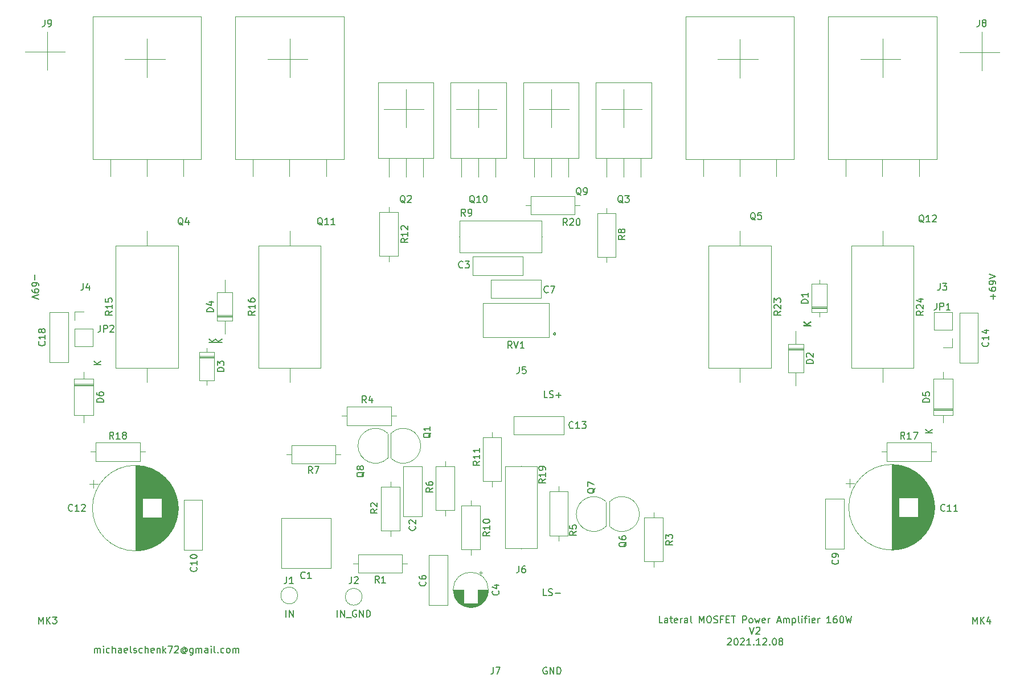
<source format=gbr>
G04 #@! TF.GenerationSoftware,KiCad,Pcbnew,(5.1.12-1-10_14)*
G04 #@! TF.CreationDate,2021-12-08T14:07:12+01:00*
G04 #@! TF.ProjectId,amp-mosfet-160w,616d702d-6d6f-4736-9665-742d31363077,rev?*
G04 #@! TF.SameCoordinates,Original*
G04 #@! TF.FileFunction,Legend,Top*
G04 #@! TF.FilePolarity,Positive*
%FSLAX46Y46*%
G04 Gerber Fmt 4.6, Leading zero omitted, Abs format (unit mm)*
G04 Created by KiCad (PCBNEW (5.1.12-1-10_14)) date 2021-12-08 14:07:12*
%MOMM*%
%LPD*%
G01*
G04 APERTURE LIST*
%ADD10C,0.150000*%
%ADD11C,0.120000*%
G04 APERTURE END LIST*
D10*
X139827095Y-134247000D02*
X139731857Y-134199380D01*
X139589000Y-134199380D01*
X139446142Y-134247000D01*
X139350904Y-134342238D01*
X139303285Y-134437476D01*
X139255666Y-134627952D01*
X139255666Y-134770809D01*
X139303285Y-134961285D01*
X139350904Y-135056523D01*
X139446142Y-135151761D01*
X139589000Y-135199380D01*
X139684238Y-135199380D01*
X139827095Y-135151761D01*
X139874714Y-135104142D01*
X139874714Y-134770809D01*
X139684238Y-134770809D01*
X140303285Y-135199380D02*
X140303285Y-134199380D01*
X140874714Y-135199380D01*
X140874714Y-134199380D01*
X141350904Y-135199380D02*
X141350904Y-134199380D01*
X141589000Y-134199380D01*
X141731857Y-134247000D01*
X141827095Y-134342238D01*
X141874714Y-134437476D01*
X141922333Y-134627952D01*
X141922333Y-134770809D01*
X141874714Y-134961285D01*
X141827095Y-135056523D01*
X141731857Y-135151761D01*
X141589000Y-135199380D01*
X141350904Y-135199380D01*
D11*
X65532000Y-39560500D02*
X65532000Y-45275500D01*
X62230000Y-42545000D02*
X68199000Y-42545000D01*
X204470000Y-39624000D02*
X204470000Y-45339000D01*
X201168000Y-42608500D02*
X207137000Y-42608500D01*
X189738000Y-40640000D02*
X189738000Y-46355000D01*
X186436000Y-43624500D02*
X192405000Y-43624500D01*
X168529000Y-40703500D02*
X168529000Y-46418500D01*
X165227000Y-43688000D02*
X171196000Y-43688000D01*
X151257000Y-48133000D02*
X151257000Y-53848000D01*
X147955000Y-51117500D02*
X153924000Y-51117500D01*
X140462000Y-48133000D02*
X140462000Y-53848000D01*
X137160000Y-51117500D02*
X143129000Y-51117500D01*
X129667000Y-48133000D02*
X129667000Y-53848000D01*
X126365000Y-51117500D02*
X132334000Y-51117500D01*
X118872000Y-48133000D02*
X118872000Y-53848000D01*
X115570000Y-51117500D02*
X121539000Y-51117500D01*
X101600000Y-40640000D02*
X101600000Y-46355000D01*
X98298000Y-43624500D02*
X104267000Y-43624500D01*
X77089000Y-43624500D02*
X83058000Y-43624500D01*
X80391000Y-40640000D02*
X80391000Y-46355000D01*
D10*
X140970000Y-84415380D02*
X140874761Y-84463000D01*
X140827142Y-84558238D01*
X140874761Y-84653476D01*
X140970000Y-84701095D01*
X141065238Y-84653476D01*
X141112857Y-84558238D01*
X141065238Y-84463000D01*
X140970000Y-84415380D01*
X157053095Y-127580380D02*
X156576904Y-127580380D01*
X156576904Y-126580380D01*
X157815000Y-127580380D02*
X157815000Y-127056571D01*
X157767380Y-126961333D01*
X157672142Y-126913714D01*
X157481666Y-126913714D01*
X157386428Y-126961333D01*
X157815000Y-127532761D02*
X157719761Y-127580380D01*
X157481666Y-127580380D01*
X157386428Y-127532761D01*
X157338809Y-127437523D01*
X157338809Y-127342285D01*
X157386428Y-127247047D01*
X157481666Y-127199428D01*
X157719761Y-127199428D01*
X157815000Y-127151809D01*
X158148333Y-126913714D02*
X158529285Y-126913714D01*
X158291190Y-126580380D02*
X158291190Y-127437523D01*
X158338809Y-127532761D01*
X158434047Y-127580380D01*
X158529285Y-127580380D01*
X159243571Y-127532761D02*
X159148333Y-127580380D01*
X158957857Y-127580380D01*
X158862619Y-127532761D01*
X158815000Y-127437523D01*
X158815000Y-127056571D01*
X158862619Y-126961333D01*
X158957857Y-126913714D01*
X159148333Y-126913714D01*
X159243571Y-126961333D01*
X159291190Y-127056571D01*
X159291190Y-127151809D01*
X158815000Y-127247047D01*
X159719761Y-127580380D02*
X159719761Y-126913714D01*
X159719761Y-127104190D02*
X159767380Y-127008952D01*
X159815000Y-126961333D01*
X159910238Y-126913714D01*
X160005476Y-126913714D01*
X160767380Y-127580380D02*
X160767380Y-127056571D01*
X160719761Y-126961333D01*
X160624523Y-126913714D01*
X160434047Y-126913714D01*
X160338809Y-126961333D01*
X160767380Y-127532761D02*
X160672142Y-127580380D01*
X160434047Y-127580380D01*
X160338809Y-127532761D01*
X160291190Y-127437523D01*
X160291190Y-127342285D01*
X160338809Y-127247047D01*
X160434047Y-127199428D01*
X160672142Y-127199428D01*
X160767380Y-127151809D01*
X161386428Y-127580380D02*
X161291190Y-127532761D01*
X161243571Y-127437523D01*
X161243571Y-126580380D01*
X162529285Y-127580380D02*
X162529285Y-126580380D01*
X162862619Y-127294666D01*
X163195952Y-126580380D01*
X163195952Y-127580380D01*
X163862619Y-126580380D02*
X164053095Y-126580380D01*
X164148333Y-126628000D01*
X164243571Y-126723238D01*
X164291190Y-126913714D01*
X164291190Y-127247047D01*
X164243571Y-127437523D01*
X164148333Y-127532761D01*
X164053095Y-127580380D01*
X163862619Y-127580380D01*
X163767380Y-127532761D01*
X163672142Y-127437523D01*
X163624523Y-127247047D01*
X163624523Y-126913714D01*
X163672142Y-126723238D01*
X163767380Y-126628000D01*
X163862619Y-126580380D01*
X164672142Y-127532761D02*
X164815000Y-127580380D01*
X165053095Y-127580380D01*
X165148333Y-127532761D01*
X165195952Y-127485142D01*
X165243571Y-127389904D01*
X165243571Y-127294666D01*
X165195952Y-127199428D01*
X165148333Y-127151809D01*
X165053095Y-127104190D01*
X164862619Y-127056571D01*
X164767380Y-127008952D01*
X164719761Y-126961333D01*
X164672142Y-126866095D01*
X164672142Y-126770857D01*
X164719761Y-126675619D01*
X164767380Y-126628000D01*
X164862619Y-126580380D01*
X165100714Y-126580380D01*
X165243571Y-126628000D01*
X166005476Y-127056571D02*
X165672142Y-127056571D01*
X165672142Y-127580380D02*
X165672142Y-126580380D01*
X166148333Y-126580380D01*
X166529285Y-127056571D02*
X166862619Y-127056571D01*
X167005476Y-127580380D02*
X166529285Y-127580380D01*
X166529285Y-126580380D01*
X167005476Y-126580380D01*
X167291190Y-126580380D02*
X167862619Y-126580380D01*
X167576904Y-127580380D02*
X167576904Y-126580380D01*
X168957857Y-127580380D02*
X168957857Y-126580380D01*
X169338809Y-126580380D01*
X169434047Y-126628000D01*
X169481666Y-126675619D01*
X169529285Y-126770857D01*
X169529285Y-126913714D01*
X169481666Y-127008952D01*
X169434047Y-127056571D01*
X169338809Y-127104190D01*
X168957857Y-127104190D01*
X170100714Y-127580380D02*
X170005476Y-127532761D01*
X169957857Y-127485142D01*
X169910238Y-127389904D01*
X169910238Y-127104190D01*
X169957857Y-127008952D01*
X170005476Y-126961333D01*
X170100714Y-126913714D01*
X170243571Y-126913714D01*
X170338809Y-126961333D01*
X170386428Y-127008952D01*
X170434047Y-127104190D01*
X170434047Y-127389904D01*
X170386428Y-127485142D01*
X170338809Y-127532761D01*
X170243571Y-127580380D01*
X170100714Y-127580380D01*
X170767380Y-126913714D02*
X170957857Y-127580380D01*
X171148333Y-127104190D01*
X171338809Y-127580380D01*
X171529285Y-126913714D01*
X172291190Y-127532761D02*
X172195952Y-127580380D01*
X172005476Y-127580380D01*
X171910238Y-127532761D01*
X171862619Y-127437523D01*
X171862619Y-127056571D01*
X171910238Y-126961333D01*
X172005476Y-126913714D01*
X172195952Y-126913714D01*
X172291190Y-126961333D01*
X172338809Y-127056571D01*
X172338809Y-127151809D01*
X171862619Y-127247047D01*
X172767380Y-127580380D02*
X172767380Y-126913714D01*
X172767380Y-127104190D02*
X172815000Y-127008952D01*
X172862619Y-126961333D01*
X172957857Y-126913714D01*
X173053095Y-126913714D01*
X174100714Y-127294666D02*
X174576904Y-127294666D01*
X174005476Y-127580380D02*
X174338809Y-126580380D01*
X174672142Y-127580380D01*
X175005476Y-127580380D02*
X175005476Y-126913714D01*
X175005476Y-127008952D02*
X175053095Y-126961333D01*
X175148333Y-126913714D01*
X175291190Y-126913714D01*
X175386428Y-126961333D01*
X175434047Y-127056571D01*
X175434047Y-127580380D01*
X175434047Y-127056571D02*
X175481666Y-126961333D01*
X175576904Y-126913714D01*
X175719761Y-126913714D01*
X175815000Y-126961333D01*
X175862619Y-127056571D01*
X175862619Y-127580380D01*
X176338809Y-126913714D02*
X176338809Y-127913714D01*
X176338809Y-126961333D02*
X176434047Y-126913714D01*
X176624523Y-126913714D01*
X176719761Y-126961333D01*
X176767380Y-127008952D01*
X176815000Y-127104190D01*
X176815000Y-127389904D01*
X176767380Y-127485142D01*
X176719761Y-127532761D01*
X176624523Y-127580380D01*
X176434047Y-127580380D01*
X176338809Y-127532761D01*
X177386428Y-127580380D02*
X177291190Y-127532761D01*
X177243571Y-127437523D01*
X177243571Y-126580380D01*
X177767380Y-127580380D02*
X177767380Y-126913714D01*
X177767380Y-126580380D02*
X177719761Y-126628000D01*
X177767380Y-126675619D01*
X177815000Y-126628000D01*
X177767380Y-126580380D01*
X177767380Y-126675619D01*
X178100714Y-126913714D02*
X178481666Y-126913714D01*
X178243571Y-127580380D02*
X178243571Y-126723238D01*
X178291190Y-126628000D01*
X178386428Y-126580380D01*
X178481666Y-126580380D01*
X178815000Y-127580380D02*
X178815000Y-126913714D01*
X178815000Y-126580380D02*
X178767380Y-126628000D01*
X178815000Y-126675619D01*
X178862619Y-126628000D01*
X178815000Y-126580380D01*
X178815000Y-126675619D01*
X179672142Y-127532761D02*
X179576904Y-127580380D01*
X179386428Y-127580380D01*
X179291190Y-127532761D01*
X179243571Y-127437523D01*
X179243571Y-127056571D01*
X179291190Y-126961333D01*
X179386428Y-126913714D01*
X179576904Y-126913714D01*
X179672142Y-126961333D01*
X179719761Y-127056571D01*
X179719761Y-127151809D01*
X179243571Y-127247047D01*
X180148333Y-127580380D02*
X180148333Y-126913714D01*
X180148333Y-127104190D02*
X180195952Y-127008952D01*
X180243571Y-126961333D01*
X180338809Y-126913714D01*
X180434047Y-126913714D01*
X182053095Y-127580380D02*
X181481666Y-127580380D01*
X181767380Y-127580380D02*
X181767380Y-126580380D01*
X181672142Y-126723238D01*
X181576904Y-126818476D01*
X181481666Y-126866095D01*
X182910238Y-126580380D02*
X182719761Y-126580380D01*
X182624523Y-126628000D01*
X182576904Y-126675619D01*
X182481666Y-126818476D01*
X182434047Y-127008952D01*
X182434047Y-127389904D01*
X182481666Y-127485142D01*
X182529285Y-127532761D01*
X182624523Y-127580380D01*
X182815000Y-127580380D01*
X182910238Y-127532761D01*
X182957857Y-127485142D01*
X183005476Y-127389904D01*
X183005476Y-127151809D01*
X182957857Y-127056571D01*
X182910238Y-127008952D01*
X182815000Y-126961333D01*
X182624523Y-126961333D01*
X182529285Y-127008952D01*
X182481666Y-127056571D01*
X182434047Y-127151809D01*
X183624523Y-126580380D02*
X183719761Y-126580380D01*
X183815000Y-126628000D01*
X183862619Y-126675619D01*
X183910238Y-126770857D01*
X183957857Y-126961333D01*
X183957857Y-127199428D01*
X183910238Y-127389904D01*
X183862619Y-127485142D01*
X183815000Y-127532761D01*
X183719761Y-127580380D01*
X183624523Y-127580380D01*
X183529285Y-127532761D01*
X183481666Y-127485142D01*
X183434047Y-127389904D01*
X183386428Y-127199428D01*
X183386428Y-126961333D01*
X183434047Y-126770857D01*
X183481666Y-126675619D01*
X183529285Y-126628000D01*
X183624523Y-126580380D01*
X184291190Y-126580380D02*
X184529285Y-127580380D01*
X184719761Y-126866095D01*
X184910238Y-127580380D01*
X185148333Y-126580380D01*
X170005476Y-128230380D02*
X170338809Y-129230380D01*
X170672142Y-128230380D01*
X170957857Y-128325619D02*
X171005476Y-128278000D01*
X171100714Y-128230380D01*
X171338809Y-128230380D01*
X171434047Y-128278000D01*
X171481666Y-128325619D01*
X171529285Y-128420857D01*
X171529285Y-128516095D01*
X171481666Y-128658952D01*
X170910238Y-129230380D01*
X171529285Y-129230380D01*
X166719761Y-129975619D02*
X166767380Y-129928000D01*
X166862619Y-129880380D01*
X167100714Y-129880380D01*
X167195952Y-129928000D01*
X167243571Y-129975619D01*
X167291190Y-130070857D01*
X167291190Y-130166095D01*
X167243571Y-130308952D01*
X166672142Y-130880380D01*
X167291190Y-130880380D01*
X167910238Y-129880380D02*
X168005476Y-129880380D01*
X168100714Y-129928000D01*
X168148333Y-129975619D01*
X168195952Y-130070857D01*
X168243571Y-130261333D01*
X168243571Y-130499428D01*
X168195952Y-130689904D01*
X168148333Y-130785142D01*
X168100714Y-130832761D01*
X168005476Y-130880380D01*
X167910238Y-130880380D01*
X167815000Y-130832761D01*
X167767380Y-130785142D01*
X167719761Y-130689904D01*
X167672142Y-130499428D01*
X167672142Y-130261333D01*
X167719761Y-130070857D01*
X167767380Y-129975619D01*
X167815000Y-129928000D01*
X167910238Y-129880380D01*
X168624523Y-129975619D02*
X168672142Y-129928000D01*
X168767380Y-129880380D01*
X169005476Y-129880380D01*
X169100714Y-129928000D01*
X169148333Y-129975619D01*
X169195952Y-130070857D01*
X169195952Y-130166095D01*
X169148333Y-130308952D01*
X168576904Y-130880380D01*
X169195952Y-130880380D01*
X170148333Y-130880380D02*
X169576904Y-130880380D01*
X169862619Y-130880380D02*
X169862619Y-129880380D01*
X169767380Y-130023238D01*
X169672142Y-130118476D01*
X169576904Y-130166095D01*
X170576904Y-130785142D02*
X170624523Y-130832761D01*
X170576904Y-130880380D01*
X170529285Y-130832761D01*
X170576904Y-130785142D01*
X170576904Y-130880380D01*
X171576904Y-130880380D02*
X171005476Y-130880380D01*
X171291190Y-130880380D02*
X171291190Y-129880380D01*
X171195952Y-130023238D01*
X171100714Y-130118476D01*
X171005476Y-130166095D01*
X171957857Y-129975619D02*
X172005476Y-129928000D01*
X172100714Y-129880380D01*
X172338809Y-129880380D01*
X172434047Y-129928000D01*
X172481666Y-129975619D01*
X172529285Y-130070857D01*
X172529285Y-130166095D01*
X172481666Y-130308952D01*
X171910238Y-130880380D01*
X172529285Y-130880380D01*
X172957857Y-130785142D02*
X173005476Y-130832761D01*
X172957857Y-130880380D01*
X172910238Y-130832761D01*
X172957857Y-130785142D01*
X172957857Y-130880380D01*
X173624523Y-129880380D02*
X173719761Y-129880380D01*
X173815000Y-129928000D01*
X173862619Y-129975619D01*
X173910238Y-130070857D01*
X173957857Y-130261333D01*
X173957857Y-130499428D01*
X173910238Y-130689904D01*
X173862619Y-130785142D01*
X173815000Y-130832761D01*
X173719761Y-130880380D01*
X173624523Y-130880380D01*
X173529285Y-130832761D01*
X173481666Y-130785142D01*
X173434047Y-130689904D01*
X173386428Y-130499428D01*
X173386428Y-130261333D01*
X173434047Y-130070857D01*
X173481666Y-129975619D01*
X173529285Y-129928000D01*
X173624523Y-129880380D01*
X174529285Y-130308952D02*
X174434047Y-130261333D01*
X174386428Y-130213714D01*
X174338809Y-130118476D01*
X174338809Y-130070857D01*
X174386428Y-129975619D01*
X174434047Y-129928000D01*
X174529285Y-129880380D01*
X174719761Y-129880380D01*
X174815000Y-129928000D01*
X174862619Y-129975619D01*
X174910238Y-130070857D01*
X174910238Y-130118476D01*
X174862619Y-130213714D01*
X174815000Y-130261333D01*
X174719761Y-130308952D01*
X174529285Y-130308952D01*
X174434047Y-130356571D01*
X174386428Y-130404190D01*
X174338809Y-130499428D01*
X174338809Y-130689904D01*
X174386428Y-130785142D01*
X174434047Y-130832761D01*
X174529285Y-130880380D01*
X174719761Y-130880380D01*
X174815000Y-130832761D01*
X174862619Y-130785142D01*
X174910238Y-130689904D01*
X174910238Y-130499428D01*
X174862619Y-130404190D01*
X174815000Y-130356571D01*
X174719761Y-130308952D01*
X72597714Y-132024380D02*
X72597714Y-131357714D01*
X72597714Y-131452952D02*
X72645333Y-131405333D01*
X72740571Y-131357714D01*
X72883428Y-131357714D01*
X72978666Y-131405333D01*
X73026285Y-131500571D01*
X73026285Y-132024380D01*
X73026285Y-131500571D02*
X73073904Y-131405333D01*
X73169142Y-131357714D01*
X73312000Y-131357714D01*
X73407238Y-131405333D01*
X73454857Y-131500571D01*
X73454857Y-132024380D01*
X73931047Y-132024380D02*
X73931047Y-131357714D01*
X73931047Y-131024380D02*
X73883428Y-131072000D01*
X73931047Y-131119619D01*
X73978666Y-131072000D01*
X73931047Y-131024380D01*
X73931047Y-131119619D01*
X74835809Y-131976761D02*
X74740571Y-132024380D01*
X74550095Y-132024380D01*
X74454857Y-131976761D01*
X74407238Y-131929142D01*
X74359619Y-131833904D01*
X74359619Y-131548190D01*
X74407238Y-131452952D01*
X74454857Y-131405333D01*
X74550095Y-131357714D01*
X74740571Y-131357714D01*
X74835809Y-131405333D01*
X75264380Y-132024380D02*
X75264380Y-131024380D01*
X75692952Y-132024380D02*
X75692952Y-131500571D01*
X75645333Y-131405333D01*
X75550095Y-131357714D01*
X75407238Y-131357714D01*
X75312000Y-131405333D01*
X75264380Y-131452952D01*
X76597714Y-132024380D02*
X76597714Y-131500571D01*
X76550095Y-131405333D01*
X76454857Y-131357714D01*
X76264380Y-131357714D01*
X76169142Y-131405333D01*
X76597714Y-131976761D02*
X76502476Y-132024380D01*
X76264380Y-132024380D01*
X76169142Y-131976761D01*
X76121523Y-131881523D01*
X76121523Y-131786285D01*
X76169142Y-131691047D01*
X76264380Y-131643428D01*
X76502476Y-131643428D01*
X76597714Y-131595809D01*
X77454857Y-131976761D02*
X77359619Y-132024380D01*
X77169142Y-132024380D01*
X77073904Y-131976761D01*
X77026285Y-131881523D01*
X77026285Y-131500571D01*
X77073904Y-131405333D01*
X77169142Y-131357714D01*
X77359619Y-131357714D01*
X77454857Y-131405333D01*
X77502476Y-131500571D01*
X77502476Y-131595809D01*
X77026285Y-131691047D01*
X78073904Y-132024380D02*
X77978666Y-131976761D01*
X77931047Y-131881523D01*
X77931047Y-131024380D01*
X78407238Y-131976761D02*
X78502476Y-132024380D01*
X78692952Y-132024380D01*
X78788190Y-131976761D01*
X78835809Y-131881523D01*
X78835809Y-131833904D01*
X78788190Y-131738666D01*
X78692952Y-131691047D01*
X78550095Y-131691047D01*
X78454857Y-131643428D01*
X78407238Y-131548190D01*
X78407238Y-131500571D01*
X78454857Y-131405333D01*
X78550095Y-131357714D01*
X78692952Y-131357714D01*
X78788190Y-131405333D01*
X79692952Y-131976761D02*
X79597714Y-132024380D01*
X79407238Y-132024380D01*
X79312000Y-131976761D01*
X79264380Y-131929142D01*
X79216761Y-131833904D01*
X79216761Y-131548190D01*
X79264380Y-131452952D01*
X79312000Y-131405333D01*
X79407238Y-131357714D01*
X79597714Y-131357714D01*
X79692952Y-131405333D01*
X80121523Y-132024380D02*
X80121523Y-131024380D01*
X80550095Y-132024380D02*
X80550095Y-131500571D01*
X80502476Y-131405333D01*
X80407238Y-131357714D01*
X80264380Y-131357714D01*
X80169142Y-131405333D01*
X80121523Y-131452952D01*
X81407238Y-131976761D02*
X81312000Y-132024380D01*
X81121523Y-132024380D01*
X81026285Y-131976761D01*
X80978666Y-131881523D01*
X80978666Y-131500571D01*
X81026285Y-131405333D01*
X81121523Y-131357714D01*
X81312000Y-131357714D01*
X81407238Y-131405333D01*
X81454857Y-131500571D01*
X81454857Y-131595809D01*
X80978666Y-131691047D01*
X81883428Y-131357714D02*
X81883428Y-132024380D01*
X81883428Y-131452952D02*
X81931047Y-131405333D01*
X82026285Y-131357714D01*
X82169142Y-131357714D01*
X82264380Y-131405333D01*
X82312000Y-131500571D01*
X82312000Y-132024380D01*
X82788190Y-132024380D02*
X82788190Y-131024380D01*
X82883428Y-131643428D02*
X83169142Y-132024380D01*
X83169142Y-131357714D02*
X82788190Y-131738666D01*
X83502476Y-131024380D02*
X84169142Y-131024380D01*
X83740571Y-132024380D01*
X84502476Y-131119619D02*
X84550095Y-131072000D01*
X84645333Y-131024380D01*
X84883428Y-131024380D01*
X84978666Y-131072000D01*
X85026285Y-131119619D01*
X85073904Y-131214857D01*
X85073904Y-131310095D01*
X85026285Y-131452952D01*
X84454857Y-132024380D01*
X85073904Y-132024380D01*
X86121523Y-131548190D02*
X86073904Y-131500571D01*
X85978666Y-131452952D01*
X85883428Y-131452952D01*
X85788190Y-131500571D01*
X85740571Y-131548190D01*
X85692952Y-131643428D01*
X85692952Y-131738666D01*
X85740571Y-131833904D01*
X85788190Y-131881523D01*
X85883428Y-131929142D01*
X85978666Y-131929142D01*
X86073904Y-131881523D01*
X86121523Y-131833904D01*
X86121523Y-131452952D02*
X86121523Y-131833904D01*
X86169142Y-131881523D01*
X86216761Y-131881523D01*
X86312000Y-131833904D01*
X86359619Y-131738666D01*
X86359619Y-131500571D01*
X86264380Y-131357714D01*
X86121523Y-131262476D01*
X85931047Y-131214857D01*
X85740571Y-131262476D01*
X85597714Y-131357714D01*
X85502476Y-131500571D01*
X85454857Y-131691047D01*
X85502476Y-131881523D01*
X85597714Y-132024380D01*
X85740571Y-132119619D01*
X85931047Y-132167238D01*
X86121523Y-132119619D01*
X86264380Y-132024380D01*
X87216761Y-131357714D02*
X87216761Y-132167238D01*
X87169142Y-132262476D01*
X87121523Y-132310095D01*
X87026285Y-132357714D01*
X86883428Y-132357714D01*
X86788190Y-132310095D01*
X87216761Y-131976761D02*
X87121523Y-132024380D01*
X86931047Y-132024380D01*
X86835809Y-131976761D01*
X86788190Y-131929142D01*
X86740571Y-131833904D01*
X86740571Y-131548190D01*
X86788190Y-131452952D01*
X86835809Y-131405333D01*
X86931047Y-131357714D01*
X87121523Y-131357714D01*
X87216761Y-131405333D01*
X87692952Y-132024380D02*
X87692952Y-131357714D01*
X87692952Y-131452952D02*
X87740571Y-131405333D01*
X87835809Y-131357714D01*
X87978666Y-131357714D01*
X88073904Y-131405333D01*
X88121523Y-131500571D01*
X88121523Y-132024380D01*
X88121523Y-131500571D02*
X88169142Y-131405333D01*
X88264380Y-131357714D01*
X88407238Y-131357714D01*
X88502476Y-131405333D01*
X88550095Y-131500571D01*
X88550095Y-132024380D01*
X89454857Y-132024380D02*
X89454857Y-131500571D01*
X89407238Y-131405333D01*
X89312000Y-131357714D01*
X89121523Y-131357714D01*
X89026285Y-131405333D01*
X89454857Y-131976761D02*
X89359619Y-132024380D01*
X89121523Y-132024380D01*
X89026285Y-131976761D01*
X88978666Y-131881523D01*
X88978666Y-131786285D01*
X89026285Y-131691047D01*
X89121523Y-131643428D01*
X89359619Y-131643428D01*
X89454857Y-131595809D01*
X89931047Y-132024380D02*
X89931047Y-131357714D01*
X89931047Y-131024380D02*
X89883428Y-131072000D01*
X89931047Y-131119619D01*
X89978666Y-131072000D01*
X89931047Y-131024380D01*
X89931047Y-131119619D01*
X90550095Y-132024380D02*
X90454857Y-131976761D01*
X90407238Y-131881523D01*
X90407238Y-131024380D01*
X90931047Y-131929142D02*
X90978666Y-131976761D01*
X90931047Y-132024380D01*
X90883428Y-131976761D01*
X90931047Y-131929142D01*
X90931047Y-132024380D01*
X91835809Y-131976761D02*
X91740571Y-132024380D01*
X91550095Y-132024380D01*
X91454857Y-131976761D01*
X91407238Y-131929142D01*
X91359619Y-131833904D01*
X91359619Y-131548190D01*
X91407238Y-131452952D01*
X91454857Y-131405333D01*
X91550095Y-131357714D01*
X91740571Y-131357714D01*
X91835809Y-131405333D01*
X92407238Y-132024380D02*
X92312000Y-131976761D01*
X92264380Y-131929142D01*
X92216761Y-131833904D01*
X92216761Y-131548190D01*
X92264380Y-131452952D01*
X92312000Y-131405333D01*
X92407238Y-131357714D01*
X92550095Y-131357714D01*
X92645333Y-131405333D01*
X92692952Y-131452952D01*
X92740571Y-131548190D01*
X92740571Y-131833904D01*
X92692952Y-131929142D01*
X92645333Y-131976761D01*
X92550095Y-132024380D01*
X92407238Y-132024380D01*
X93169142Y-132024380D02*
X93169142Y-131357714D01*
X93169142Y-131452952D02*
X93216761Y-131405333D01*
X93312000Y-131357714D01*
X93454857Y-131357714D01*
X93550095Y-131405333D01*
X93597714Y-131500571D01*
X93597714Y-132024380D01*
X93597714Y-131500571D02*
X93645333Y-131405333D01*
X93740571Y-131357714D01*
X93883428Y-131357714D01*
X93978666Y-131405333D01*
X94026285Y-131500571D01*
X94026285Y-132024380D01*
X139930285Y-94051380D02*
X139454095Y-94051380D01*
X139454095Y-93051380D01*
X140216000Y-94003761D02*
X140358857Y-94051380D01*
X140596952Y-94051380D01*
X140692190Y-94003761D01*
X140739809Y-93956142D01*
X140787428Y-93860904D01*
X140787428Y-93765666D01*
X140739809Y-93670428D01*
X140692190Y-93622809D01*
X140596952Y-93575190D01*
X140406476Y-93527571D01*
X140311238Y-93479952D01*
X140263619Y-93432333D01*
X140216000Y-93337095D01*
X140216000Y-93241857D01*
X140263619Y-93146619D01*
X140311238Y-93099000D01*
X140406476Y-93051380D01*
X140644571Y-93051380D01*
X140787428Y-93099000D01*
X141216000Y-93670428D02*
X141977904Y-93670428D01*
X141596952Y-94051380D02*
X141596952Y-93289476D01*
X139803285Y-123515380D02*
X139327095Y-123515380D01*
X139327095Y-122515380D01*
X140089000Y-123467761D02*
X140231857Y-123515380D01*
X140469952Y-123515380D01*
X140565190Y-123467761D01*
X140612809Y-123420142D01*
X140660428Y-123324904D01*
X140660428Y-123229666D01*
X140612809Y-123134428D01*
X140565190Y-123086809D01*
X140469952Y-123039190D01*
X140279476Y-122991571D01*
X140184238Y-122943952D01*
X140136619Y-122896333D01*
X140089000Y-122801095D01*
X140089000Y-122705857D01*
X140136619Y-122610619D01*
X140184238Y-122563000D01*
X140279476Y-122515380D01*
X140517571Y-122515380D01*
X140660428Y-122563000D01*
X141089000Y-123134428D02*
X141850904Y-123134428D01*
X108696428Y-126690380D02*
X108696428Y-125690380D01*
X109172619Y-126690380D02*
X109172619Y-125690380D01*
X109744047Y-126690380D01*
X109744047Y-125690380D01*
X109982142Y-126785619D02*
X110744047Y-126785619D01*
X111505952Y-125738000D02*
X111410714Y-125690380D01*
X111267857Y-125690380D01*
X111125000Y-125738000D01*
X111029761Y-125833238D01*
X110982142Y-125928476D01*
X110934523Y-126118952D01*
X110934523Y-126261809D01*
X110982142Y-126452285D01*
X111029761Y-126547523D01*
X111125000Y-126642761D01*
X111267857Y-126690380D01*
X111363095Y-126690380D01*
X111505952Y-126642761D01*
X111553571Y-126595142D01*
X111553571Y-126261809D01*
X111363095Y-126261809D01*
X111982142Y-126690380D02*
X111982142Y-125690380D01*
X112553571Y-126690380D01*
X112553571Y-125690380D01*
X113029761Y-126690380D02*
X113029761Y-125690380D01*
X113267857Y-125690380D01*
X113410714Y-125738000D01*
X113505952Y-125833238D01*
X113553571Y-125928476D01*
X113601190Y-126118952D01*
X113601190Y-126261809D01*
X113553571Y-126452285D01*
X113505952Y-126547523D01*
X113410714Y-126642761D01*
X113267857Y-126690380D01*
X113029761Y-126690380D01*
X101076190Y-126690380D02*
X101076190Y-125690380D01*
X101552380Y-126690380D02*
X101552380Y-125690380D01*
X102123809Y-126690380D01*
X102123809Y-125690380D01*
X206192428Y-79358904D02*
X206192428Y-78597000D01*
X206573380Y-78977952D02*
X205811476Y-78977952D01*
X205573380Y-77692238D02*
X205573380Y-77882714D01*
X205621000Y-77977952D01*
X205668619Y-78025571D01*
X205811476Y-78120809D01*
X206001952Y-78168428D01*
X206382904Y-78168428D01*
X206478142Y-78120809D01*
X206525761Y-78073190D01*
X206573380Y-77977952D01*
X206573380Y-77787476D01*
X206525761Y-77692238D01*
X206478142Y-77644619D01*
X206382904Y-77597000D01*
X206144809Y-77597000D01*
X206049571Y-77644619D01*
X206001952Y-77692238D01*
X205954333Y-77787476D01*
X205954333Y-77977952D01*
X206001952Y-78073190D01*
X206049571Y-78120809D01*
X206144809Y-78168428D01*
X206573380Y-77120809D02*
X206573380Y-76930333D01*
X206525761Y-76835095D01*
X206478142Y-76787476D01*
X206335285Y-76692238D01*
X206144809Y-76644619D01*
X205763857Y-76644619D01*
X205668619Y-76692238D01*
X205621000Y-76739857D01*
X205573380Y-76835095D01*
X205573380Y-77025571D01*
X205621000Y-77120809D01*
X205668619Y-77168428D01*
X205763857Y-77216047D01*
X206001952Y-77216047D01*
X206097190Y-77168428D01*
X206144809Y-77120809D01*
X206192428Y-77025571D01*
X206192428Y-76835095D01*
X206144809Y-76739857D01*
X206097190Y-76692238D01*
X206001952Y-76644619D01*
X205573380Y-76358904D02*
X206573380Y-76025571D01*
X205573380Y-75692238D01*
X63682571Y-75708095D02*
X63682571Y-76470000D01*
X64301619Y-77374761D02*
X64301619Y-77184285D01*
X64254000Y-77089047D01*
X64206380Y-77041428D01*
X64063523Y-76946190D01*
X63873047Y-76898571D01*
X63492095Y-76898571D01*
X63396857Y-76946190D01*
X63349238Y-76993809D01*
X63301619Y-77089047D01*
X63301619Y-77279523D01*
X63349238Y-77374761D01*
X63396857Y-77422380D01*
X63492095Y-77470000D01*
X63730190Y-77470000D01*
X63825428Y-77422380D01*
X63873047Y-77374761D01*
X63920666Y-77279523D01*
X63920666Y-77089047D01*
X63873047Y-76993809D01*
X63825428Y-76946190D01*
X63730190Y-76898571D01*
X63301619Y-77946190D02*
X63301619Y-78136666D01*
X63349238Y-78231904D01*
X63396857Y-78279523D01*
X63539714Y-78374761D01*
X63730190Y-78422380D01*
X64111142Y-78422380D01*
X64206380Y-78374761D01*
X64254000Y-78327142D01*
X64301619Y-78231904D01*
X64301619Y-78041428D01*
X64254000Y-77946190D01*
X64206380Y-77898571D01*
X64111142Y-77850952D01*
X63873047Y-77850952D01*
X63777809Y-77898571D01*
X63730190Y-77946190D01*
X63682571Y-78041428D01*
X63682571Y-78231904D01*
X63730190Y-78327142D01*
X63777809Y-78374761D01*
X63873047Y-78422380D01*
X64301619Y-78708095D02*
X63301619Y-79041428D01*
X64301619Y-79374761D01*
D11*
X72460918Y-106290000D02*
X72460918Y-107540000D01*
X71835918Y-106915000D02*
X73085918Y-106915000D01*
X85014000Y-110173000D02*
X85014000Y-110807000D01*
X84974000Y-109733000D02*
X84974000Y-111247000D01*
X84934000Y-109462000D02*
X84934000Y-111518000D01*
X84894000Y-109249000D02*
X84894000Y-111731000D01*
X84854000Y-109068000D02*
X84854000Y-111912000D01*
X84814000Y-108907000D02*
X84814000Y-112073000D01*
X84774000Y-108762000D02*
X84774000Y-112218000D01*
X84734000Y-108629000D02*
X84734000Y-112351000D01*
X84694000Y-108506000D02*
X84694000Y-112474000D01*
X84654000Y-108390000D02*
X84654000Y-112590000D01*
X84614000Y-108281000D02*
X84614000Y-112699000D01*
X84574000Y-108178000D02*
X84574000Y-112802000D01*
X84534000Y-108080000D02*
X84534000Y-112900000D01*
X84494000Y-107986000D02*
X84494000Y-112994000D01*
X84454000Y-107896000D02*
X84454000Y-113084000D01*
X84414000Y-107809000D02*
X84414000Y-113171000D01*
X84374000Y-107726000D02*
X84374000Y-113254000D01*
X84334000Y-107646000D02*
X84334000Y-113334000D01*
X84294000Y-107569000D02*
X84294000Y-113411000D01*
X84254000Y-107494000D02*
X84254000Y-113486000D01*
X84214000Y-107421000D02*
X84214000Y-113559000D01*
X84174000Y-107350000D02*
X84174000Y-113630000D01*
X84134000Y-107282000D02*
X84134000Y-113698000D01*
X84094000Y-107215000D02*
X84094000Y-113765000D01*
X84054000Y-107151000D02*
X84054000Y-113829000D01*
X84014000Y-107088000D02*
X84014000Y-113892000D01*
X83974000Y-107026000D02*
X83974000Y-113954000D01*
X83934000Y-106966000D02*
X83934000Y-114014000D01*
X83894000Y-106907000D02*
X83894000Y-114073000D01*
X83854000Y-106850000D02*
X83854000Y-114130000D01*
X83814000Y-106794000D02*
X83814000Y-114186000D01*
X83774000Y-106740000D02*
X83774000Y-114240000D01*
X83734000Y-106686000D02*
X83734000Y-114294000D01*
X83694000Y-106634000D02*
X83694000Y-114346000D01*
X83654000Y-106583000D02*
X83654000Y-114397000D01*
X83614000Y-106533000D02*
X83614000Y-114447000D01*
X83574000Y-106483000D02*
X83574000Y-114497000D01*
X83534000Y-106435000D02*
X83534000Y-114545000D01*
X83494000Y-106388000D02*
X83494000Y-114592000D01*
X83454000Y-106342000D02*
X83454000Y-114638000D01*
X83414000Y-106296000D02*
X83414000Y-114684000D01*
X83374000Y-106252000D02*
X83374000Y-114728000D01*
X83334000Y-106208000D02*
X83334000Y-114772000D01*
X83294000Y-106165000D02*
X83294000Y-114815000D01*
X83254000Y-106123000D02*
X83254000Y-114857000D01*
X83214000Y-106082000D02*
X83214000Y-114898000D01*
X83174000Y-106041000D02*
X83174000Y-114939000D01*
X83134000Y-106001000D02*
X83134000Y-114979000D01*
X83094000Y-105962000D02*
X83094000Y-115018000D01*
X83054000Y-105923000D02*
X83054000Y-115057000D01*
X83014000Y-105885000D02*
X83014000Y-115095000D01*
X82974000Y-105848000D02*
X82974000Y-115132000D01*
X82934000Y-105812000D02*
X82934000Y-115168000D01*
X82894000Y-105776000D02*
X82894000Y-115204000D01*
X82854000Y-105740000D02*
X82854000Y-115240000D01*
X82814000Y-105705000D02*
X82814000Y-115275000D01*
X82774000Y-105671000D02*
X82774000Y-115309000D01*
X82734000Y-105638000D02*
X82734000Y-115342000D01*
X82694000Y-105605000D02*
X82694000Y-115375000D01*
X82654000Y-105572000D02*
X82654000Y-115408000D01*
X82614000Y-105540000D02*
X82614000Y-115440000D01*
X82574000Y-111930000D02*
X82574000Y-115472000D01*
X82574000Y-105508000D02*
X82574000Y-109050000D01*
X82534000Y-111930000D02*
X82534000Y-115502000D01*
X82534000Y-105478000D02*
X82534000Y-109050000D01*
X82494000Y-111930000D02*
X82494000Y-115533000D01*
X82494000Y-105447000D02*
X82494000Y-109050000D01*
X82454000Y-111930000D02*
X82454000Y-115563000D01*
X82454000Y-105417000D02*
X82454000Y-109050000D01*
X82414000Y-111930000D02*
X82414000Y-115592000D01*
X82414000Y-105388000D02*
X82414000Y-109050000D01*
X82374000Y-111930000D02*
X82374000Y-115621000D01*
X82374000Y-105359000D02*
X82374000Y-109050000D01*
X82334000Y-111930000D02*
X82334000Y-115650000D01*
X82334000Y-105330000D02*
X82334000Y-109050000D01*
X82294000Y-111930000D02*
X82294000Y-115678000D01*
X82294000Y-105302000D02*
X82294000Y-109050000D01*
X82254000Y-111930000D02*
X82254000Y-115706000D01*
X82254000Y-105274000D02*
X82254000Y-109050000D01*
X82214000Y-111930000D02*
X82214000Y-115733000D01*
X82214000Y-105247000D02*
X82214000Y-109050000D01*
X82174000Y-111930000D02*
X82174000Y-115760000D01*
X82174000Y-105220000D02*
X82174000Y-109050000D01*
X82134000Y-111930000D02*
X82134000Y-115786000D01*
X82134000Y-105194000D02*
X82134000Y-109050000D01*
X82094000Y-111930000D02*
X82094000Y-115812000D01*
X82094000Y-105168000D02*
X82094000Y-109050000D01*
X82054000Y-111930000D02*
X82054000Y-115837000D01*
X82054000Y-105143000D02*
X82054000Y-109050000D01*
X82014000Y-111930000D02*
X82014000Y-115862000D01*
X82014000Y-105118000D02*
X82014000Y-109050000D01*
X81974000Y-111930000D02*
X81974000Y-115887000D01*
X81974000Y-105093000D02*
X81974000Y-109050000D01*
X81934000Y-111930000D02*
X81934000Y-115911000D01*
X81934000Y-105069000D02*
X81934000Y-109050000D01*
X81894000Y-111930000D02*
X81894000Y-115935000D01*
X81894000Y-105045000D02*
X81894000Y-109050000D01*
X81854000Y-111930000D02*
X81854000Y-115958000D01*
X81854000Y-105022000D02*
X81854000Y-109050000D01*
X81814000Y-111930000D02*
X81814000Y-115981000D01*
X81814000Y-104999000D02*
X81814000Y-109050000D01*
X81774000Y-111930000D02*
X81774000Y-116004000D01*
X81774000Y-104976000D02*
X81774000Y-109050000D01*
X81734000Y-111930000D02*
X81734000Y-116026000D01*
X81734000Y-104954000D02*
X81734000Y-109050000D01*
X81694000Y-111930000D02*
X81694000Y-116048000D01*
X81694000Y-104932000D02*
X81694000Y-109050000D01*
X81654000Y-111930000D02*
X81654000Y-116070000D01*
X81654000Y-104910000D02*
X81654000Y-109050000D01*
X81614000Y-111930000D02*
X81614000Y-116091000D01*
X81614000Y-104889000D02*
X81614000Y-109050000D01*
X81574000Y-111930000D02*
X81574000Y-116112000D01*
X81574000Y-104868000D02*
X81574000Y-109050000D01*
X81534000Y-111930000D02*
X81534000Y-116132000D01*
X81534000Y-104848000D02*
X81534000Y-109050000D01*
X81494000Y-111930000D02*
X81494000Y-116152000D01*
X81494000Y-104828000D02*
X81494000Y-109050000D01*
X81454000Y-111930000D02*
X81454000Y-116172000D01*
X81454000Y-104808000D02*
X81454000Y-109050000D01*
X81414000Y-111930000D02*
X81414000Y-116192000D01*
X81414000Y-104788000D02*
X81414000Y-109050000D01*
X81374000Y-111930000D02*
X81374000Y-116211000D01*
X81374000Y-104769000D02*
X81374000Y-109050000D01*
X81334000Y-111930000D02*
X81334000Y-116229000D01*
X81334000Y-104751000D02*
X81334000Y-109050000D01*
X81294000Y-111930000D02*
X81294000Y-116248000D01*
X81294000Y-104732000D02*
X81294000Y-109050000D01*
X81254000Y-111930000D02*
X81254000Y-116266000D01*
X81254000Y-104714000D02*
X81254000Y-109050000D01*
X81214000Y-111930000D02*
X81214000Y-116283000D01*
X81214000Y-104697000D02*
X81214000Y-109050000D01*
X81174000Y-111930000D02*
X81174000Y-116301000D01*
X81174000Y-104679000D02*
X81174000Y-109050000D01*
X81134000Y-111930000D02*
X81134000Y-116318000D01*
X81134000Y-104662000D02*
X81134000Y-109050000D01*
X81094000Y-111930000D02*
X81094000Y-116335000D01*
X81094000Y-104645000D02*
X81094000Y-109050000D01*
X81054000Y-111930000D02*
X81054000Y-116351000D01*
X81054000Y-104629000D02*
X81054000Y-109050000D01*
X81014000Y-111930000D02*
X81014000Y-116367000D01*
X81014000Y-104613000D02*
X81014000Y-109050000D01*
X80974000Y-111930000D02*
X80974000Y-116383000D01*
X80974000Y-104597000D02*
X80974000Y-109050000D01*
X80934000Y-111930000D02*
X80934000Y-116398000D01*
X80934000Y-104582000D02*
X80934000Y-109050000D01*
X80894000Y-111930000D02*
X80894000Y-116414000D01*
X80894000Y-104566000D02*
X80894000Y-109050000D01*
X80854000Y-111930000D02*
X80854000Y-116429000D01*
X80854000Y-104551000D02*
X80854000Y-109050000D01*
X80814000Y-111930000D02*
X80814000Y-116443000D01*
X80814000Y-104537000D02*
X80814000Y-109050000D01*
X80774000Y-111930000D02*
X80774000Y-116457000D01*
X80774000Y-104523000D02*
X80774000Y-109050000D01*
X80734000Y-111930000D02*
X80734000Y-116471000D01*
X80734000Y-104509000D02*
X80734000Y-109050000D01*
X80694000Y-111930000D02*
X80694000Y-116485000D01*
X80694000Y-104495000D02*
X80694000Y-109050000D01*
X80654000Y-111930000D02*
X80654000Y-116498000D01*
X80654000Y-104482000D02*
X80654000Y-109050000D01*
X80614000Y-111930000D02*
X80614000Y-116511000D01*
X80614000Y-104469000D02*
X80614000Y-109050000D01*
X80574000Y-111930000D02*
X80574000Y-116524000D01*
X80574000Y-104456000D02*
X80574000Y-109050000D01*
X80534000Y-111930000D02*
X80534000Y-116537000D01*
X80534000Y-104443000D02*
X80534000Y-109050000D01*
X80494000Y-111930000D02*
X80494000Y-116549000D01*
X80494000Y-104431000D02*
X80494000Y-109050000D01*
X80454000Y-111930000D02*
X80454000Y-116561000D01*
X80454000Y-104419000D02*
X80454000Y-109050000D01*
X80414000Y-111930000D02*
X80414000Y-116573000D01*
X80414000Y-104407000D02*
X80414000Y-109050000D01*
X80374000Y-111930000D02*
X80374000Y-116584000D01*
X80374000Y-104396000D02*
X80374000Y-109050000D01*
X80334000Y-111930000D02*
X80334000Y-116595000D01*
X80334000Y-104385000D02*
X80334000Y-109050000D01*
X80294000Y-111930000D02*
X80294000Y-116606000D01*
X80294000Y-104374000D02*
X80294000Y-109050000D01*
X80254000Y-111930000D02*
X80254000Y-116616000D01*
X80254000Y-104364000D02*
X80254000Y-109050000D01*
X80214000Y-111930000D02*
X80214000Y-116627000D01*
X80214000Y-104353000D02*
X80214000Y-109050000D01*
X80174000Y-111930000D02*
X80174000Y-116636000D01*
X80174000Y-104344000D02*
X80174000Y-109050000D01*
X80134000Y-111930000D02*
X80134000Y-116646000D01*
X80134000Y-104334000D02*
X80134000Y-109050000D01*
X80094000Y-111930000D02*
X80094000Y-116656000D01*
X80094000Y-104324000D02*
X80094000Y-109050000D01*
X80054000Y-111930000D02*
X80054000Y-116665000D01*
X80054000Y-104315000D02*
X80054000Y-109050000D01*
X80014000Y-111930000D02*
X80014000Y-116674000D01*
X80014000Y-104306000D02*
X80014000Y-109050000D01*
X79974000Y-111930000D02*
X79974000Y-116682000D01*
X79974000Y-104298000D02*
X79974000Y-109050000D01*
X79934000Y-111930000D02*
X79934000Y-116691000D01*
X79934000Y-104289000D02*
X79934000Y-109050000D01*
X79894000Y-111930000D02*
X79894000Y-116699000D01*
X79894000Y-104281000D02*
X79894000Y-109050000D01*
X79854000Y-111930000D02*
X79854000Y-116706000D01*
X79854000Y-104274000D02*
X79854000Y-109050000D01*
X79814000Y-111930000D02*
X79814000Y-116714000D01*
X79814000Y-104266000D02*
X79814000Y-109050000D01*
X79774000Y-111930000D02*
X79774000Y-116721000D01*
X79774000Y-104259000D02*
X79774000Y-109050000D01*
X79734000Y-111930000D02*
X79734000Y-116728000D01*
X79734000Y-104252000D02*
X79734000Y-109050000D01*
X79694000Y-104245000D02*
X79694000Y-116735000D01*
X79654000Y-104238000D02*
X79654000Y-116742000D01*
X79614000Y-104232000D02*
X79614000Y-116748000D01*
X79574000Y-104226000D02*
X79574000Y-116754000D01*
X79534000Y-104221000D02*
X79534000Y-116759000D01*
X79494000Y-104215000D02*
X79494000Y-116765000D01*
X79454000Y-104210000D02*
X79454000Y-116770000D01*
X79414000Y-104205000D02*
X79414000Y-116775000D01*
X79374000Y-104200000D02*
X79374000Y-116780000D01*
X79333000Y-104196000D02*
X79333000Y-116784000D01*
X79293000Y-104192000D02*
X79293000Y-116788000D01*
X79253000Y-104188000D02*
X79253000Y-116792000D01*
X79213000Y-104184000D02*
X79213000Y-116796000D01*
X79173000Y-104181000D02*
X79173000Y-116799000D01*
X79133000Y-104178000D02*
X79133000Y-116802000D01*
X79093000Y-104175000D02*
X79093000Y-116805000D01*
X79053000Y-104172000D02*
X79053000Y-116808000D01*
X79013000Y-104170000D02*
X79013000Y-116810000D01*
X78973000Y-104168000D02*
X78973000Y-116812000D01*
X78933000Y-104166000D02*
X78933000Y-116814000D01*
X78893000Y-104164000D02*
X78893000Y-116816000D01*
X78853000Y-104163000D02*
X78853000Y-116817000D01*
X78813000Y-104162000D02*
X78813000Y-116818000D01*
X78773000Y-104161000D02*
X78773000Y-116819000D01*
X78733000Y-104160000D02*
X78733000Y-116820000D01*
X78693000Y-104160000D02*
X78693000Y-116820000D01*
X78653000Y-104160000D02*
X78653000Y-116820000D01*
X85023000Y-110490000D02*
G75*
G03*
X85023000Y-110490000I-6370000J0D01*
G01*
X184902918Y-106163000D02*
X184902918Y-107413000D01*
X184277918Y-106788000D02*
X185527918Y-106788000D01*
X197456000Y-110046000D02*
X197456000Y-110680000D01*
X197416000Y-109606000D02*
X197416000Y-111120000D01*
X197376000Y-109335000D02*
X197376000Y-111391000D01*
X197336000Y-109122000D02*
X197336000Y-111604000D01*
X197296000Y-108941000D02*
X197296000Y-111785000D01*
X197256000Y-108780000D02*
X197256000Y-111946000D01*
X197216000Y-108635000D02*
X197216000Y-112091000D01*
X197176000Y-108502000D02*
X197176000Y-112224000D01*
X197136000Y-108379000D02*
X197136000Y-112347000D01*
X197096000Y-108263000D02*
X197096000Y-112463000D01*
X197056000Y-108154000D02*
X197056000Y-112572000D01*
X197016000Y-108051000D02*
X197016000Y-112675000D01*
X196976000Y-107953000D02*
X196976000Y-112773000D01*
X196936000Y-107859000D02*
X196936000Y-112867000D01*
X196896000Y-107769000D02*
X196896000Y-112957000D01*
X196856000Y-107682000D02*
X196856000Y-113044000D01*
X196816000Y-107599000D02*
X196816000Y-113127000D01*
X196776000Y-107519000D02*
X196776000Y-113207000D01*
X196736000Y-107442000D02*
X196736000Y-113284000D01*
X196696000Y-107367000D02*
X196696000Y-113359000D01*
X196656000Y-107294000D02*
X196656000Y-113432000D01*
X196616000Y-107223000D02*
X196616000Y-113503000D01*
X196576000Y-107155000D02*
X196576000Y-113571000D01*
X196536000Y-107088000D02*
X196536000Y-113638000D01*
X196496000Y-107024000D02*
X196496000Y-113702000D01*
X196456000Y-106961000D02*
X196456000Y-113765000D01*
X196416000Y-106899000D02*
X196416000Y-113827000D01*
X196376000Y-106839000D02*
X196376000Y-113887000D01*
X196336000Y-106780000D02*
X196336000Y-113946000D01*
X196296000Y-106723000D02*
X196296000Y-114003000D01*
X196256000Y-106667000D02*
X196256000Y-114059000D01*
X196216000Y-106613000D02*
X196216000Y-114113000D01*
X196176000Y-106559000D02*
X196176000Y-114167000D01*
X196136000Y-106507000D02*
X196136000Y-114219000D01*
X196096000Y-106456000D02*
X196096000Y-114270000D01*
X196056000Y-106406000D02*
X196056000Y-114320000D01*
X196016000Y-106356000D02*
X196016000Y-114370000D01*
X195976000Y-106308000D02*
X195976000Y-114418000D01*
X195936000Y-106261000D02*
X195936000Y-114465000D01*
X195896000Y-106215000D02*
X195896000Y-114511000D01*
X195856000Y-106169000D02*
X195856000Y-114557000D01*
X195816000Y-106125000D02*
X195816000Y-114601000D01*
X195776000Y-106081000D02*
X195776000Y-114645000D01*
X195736000Y-106038000D02*
X195736000Y-114688000D01*
X195696000Y-105996000D02*
X195696000Y-114730000D01*
X195656000Y-105955000D02*
X195656000Y-114771000D01*
X195616000Y-105914000D02*
X195616000Y-114812000D01*
X195576000Y-105874000D02*
X195576000Y-114852000D01*
X195536000Y-105835000D02*
X195536000Y-114891000D01*
X195496000Y-105796000D02*
X195496000Y-114930000D01*
X195456000Y-105758000D02*
X195456000Y-114968000D01*
X195416000Y-105721000D02*
X195416000Y-115005000D01*
X195376000Y-105685000D02*
X195376000Y-115041000D01*
X195336000Y-105649000D02*
X195336000Y-115077000D01*
X195296000Y-105613000D02*
X195296000Y-115113000D01*
X195256000Y-105578000D02*
X195256000Y-115148000D01*
X195216000Y-105544000D02*
X195216000Y-115182000D01*
X195176000Y-105511000D02*
X195176000Y-115215000D01*
X195136000Y-105478000D02*
X195136000Y-115248000D01*
X195096000Y-105445000D02*
X195096000Y-115281000D01*
X195056000Y-105413000D02*
X195056000Y-115313000D01*
X195016000Y-111803000D02*
X195016000Y-115345000D01*
X195016000Y-105381000D02*
X195016000Y-108923000D01*
X194976000Y-111803000D02*
X194976000Y-115375000D01*
X194976000Y-105351000D02*
X194976000Y-108923000D01*
X194936000Y-111803000D02*
X194936000Y-115406000D01*
X194936000Y-105320000D02*
X194936000Y-108923000D01*
X194896000Y-111803000D02*
X194896000Y-115436000D01*
X194896000Y-105290000D02*
X194896000Y-108923000D01*
X194856000Y-111803000D02*
X194856000Y-115465000D01*
X194856000Y-105261000D02*
X194856000Y-108923000D01*
X194816000Y-111803000D02*
X194816000Y-115494000D01*
X194816000Y-105232000D02*
X194816000Y-108923000D01*
X194776000Y-111803000D02*
X194776000Y-115523000D01*
X194776000Y-105203000D02*
X194776000Y-108923000D01*
X194736000Y-111803000D02*
X194736000Y-115551000D01*
X194736000Y-105175000D02*
X194736000Y-108923000D01*
X194696000Y-111803000D02*
X194696000Y-115579000D01*
X194696000Y-105147000D02*
X194696000Y-108923000D01*
X194656000Y-111803000D02*
X194656000Y-115606000D01*
X194656000Y-105120000D02*
X194656000Y-108923000D01*
X194616000Y-111803000D02*
X194616000Y-115633000D01*
X194616000Y-105093000D02*
X194616000Y-108923000D01*
X194576000Y-111803000D02*
X194576000Y-115659000D01*
X194576000Y-105067000D02*
X194576000Y-108923000D01*
X194536000Y-111803000D02*
X194536000Y-115685000D01*
X194536000Y-105041000D02*
X194536000Y-108923000D01*
X194496000Y-111803000D02*
X194496000Y-115710000D01*
X194496000Y-105016000D02*
X194496000Y-108923000D01*
X194456000Y-111803000D02*
X194456000Y-115735000D01*
X194456000Y-104991000D02*
X194456000Y-108923000D01*
X194416000Y-111803000D02*
X194416000Y-115760000D01*
X194416000Y-104966000D02*
X194416000Y-108923000D01*
X194376000Y-111803000D02*
X194376000Y-115784000D01*
X194376000Y-104942000D02*
X194376000Y-108923000D01*
X194336000Y-111803000D02*
X194336000Y-115808000D01*
X194336000Y-104918000D02*
X194336000Y-108923000D01*
X194296000Y-111803000D02*
X194296000Y-115831000D01*
X194296000Y-104895000D02*
X194296000Y-108923000D01*
X194256000Y-111803000D02*
X194256000Y-115854000D01*
X194256000Y-104872000D02*
X194256000Y-108923000D01*
X194216000Y-111803000D02*
X194216000Y-115877000D01*
X194216000Y-104849000D02*
X194216000Y-108923000D01*
X194176000Y-111803000D02*
X194176000Y-115899000D01*
X194176000Y-104827000D02*
X194176000Y-108923000D01*
X194136000Y-111803000D02*
X194136000Y-115921000D01*
X194136000Y-104805000D02*
X194136000Y-108923000D01*
X194096000Y-111803000D02*
X194096000Y-115943000D01*
X194096000Y-104783000D02*
X194096000Y-108923000D01*
X194056000Y-111803000D02*
X194056000Y-115964000D01*
X194056000Y-104762000D02*
X194056000Y-108923000D01*
X194016000Y-111803000D02*
X194016000Y-115985000D01*
X194016000Y-104741000D02*
X194016000Y-108923000D01*
X193976000Y-111803000D02*
X193976000Y-116005000D01*
X193976000Y-104721000D02*
X193976000Y-108923000D01*
X193936000Y-111803000D02*
X193936000Y-116025000D01*
X193936000Y-104701000D02*
X193936000Y-108923000D01*
X193896000Y-111803000D02*
X193896000Y-116045000D01*
X193896000Y-104681000D02*
X193896000Y-108923000D01*
X193856000Y-111803000D02*
X193856000Y-116065000D01*
X193856000Y-104661000D02*
X193856000Y-108923000D01*
X193816000Y-111803000D02*
X193816000Y-116084000D01*
X193816000Y-104642000D02*
X193816000Y-108923000D01*
X193776000Y-111803000D02*
X193776000Y-116102000D01*
X193776000Y-104624000D02*
X193776000Y-108923000D01*
X193736000Y-111803000D02*
X193736000Y-116121000D01*
X193736000Y-104605000D02*
X193736000Y-108923000D01*
X193696000Y-111803000D02*
X193696000Y-116139000D01*
X193696000Y-104587000D02*
X193696000Y-108923000D01*
X193656000Y-111803000D02*
X193656000Y-116156000D01*
X193656000Y-104570000D02*
X193656000Y-108923000D01*
X193616000Y-111803000D02*
X193616000Y-116174000D01*
X193616000Y-104552000D02*
X193616000Y-108923000D01*
X193576000Y-111803000D02*
X193576000Y-116191000D01*
X193576000Y-104535000D02*
X193576000Y-108923000D01*
X193536000Y-111803000D02*
X193536000Y-116208000D01*
X193536000Y-104518000D02*
X193536000Y-108923000D01*
X193496000Y-111803000D02*
X193496000Y-116224000D01*
X193496000Y-104502000D02*
X193496000Y-108923000D01*
X193456000Y-111803000D02*
X193456000Y-116240000D01*
X193456000Y-104486000D02*
X193456000Y-108923000D01*
X193416000Y-111803000D02*
X193416000Y-116256000D01*
X193416000Y-104470000D02*
X193416000Y-108923000D01*
X193376000Y-111803000D02*
X193376000Y-116271000D01*
X193376000Y-104455000D02*
X193376000Y-108923000D01*
X193336000Y-111803000D02*
X193336000Y-116287000D01*
X193336000Y-104439000D02*
X193336000Y-108923000D01*
X193296000Y-111803000D02*
X193296000Y-116302000D01*
X193296000Y-104424000D02*
X193296000Y-108923000D01*
X193256000Y-111803000D02*
X193256000Y-116316000D01*
X193256000Y-104410000D02*
X193256000Y-108923000D01*
X193216000Y-111803000D02*
X193216000Y-116330000D01*
X193216000Y-104396000D02*
X193216000Y-108923000D01*
X193176000Y-111803000D02*
X193176000Y-116344000D01*
X193176000Y-104382000D02*
X193176000Y-108923000D01*
X193136000Y-111803000D02*
X193136000Y-116358000D01*
X193136000Y-104368000D02*
X193136000Y-108923000D01*
X193096000Y-111803000D02*
X193096000Y-116371000D01*
X193096000Y-104355000D02*
X193096000Y-108923000D01*
X193056000Y-111803000D02*
X193056000Y-116384000D01*
X193056000Y-104342000D02*
X193056000Y-108923000D01*
X193016000Y-111803000D02*
X193016000Y-116397000D01*
X193016000Y-104329000D02*
X193016000Y-108923000D01*
X192976000Y-111803000D02*
X192976000Y-116410000D01*
X192976000Y-104316000D02*
X192976000Y-108923000D01*
X192936000Y-111803000D02*
X192936000Y-116422000D01*
X192936000Y-104304000D02*
X192936000Y-108923000D01*
X192896000Y-111803000D02*
X192896000Y-116434000D01*
X192896000Y-104292000D02*
X192896000Y-108923000D01*
X192856000Y-111803000D02*
X192856000Y-116446000D01*
X192856000Y-104280000D02*
X192856000Y-108923000D01*
X192816000Y-111803000D02*
X192816000Y-116457000D01*
X192816000Y-104269000D02*
X192816000Y-108923000D01*
X192776000Y-111803000D02*
X192776000Y-116468000D01*
X192776000Y-104258000D02*
X192776000Y-108923000D01*
X192736000Y-111803000D02*
X192736000Y-116479000D01*
X192736000Y-104247000D02*
X192736000Y-108923000D01*
X192696000Y-111803000D02*
X192696000Y-116489000D01*
X192696000Y-104237000D02*
X192696000Y-108923000D01*
X192656000Y-111803000D02*
X192656000Y-116500000D01*
X192656000Y-104226000D02*
X192656000Y-108923000D01*
X192616000Y-111803000D02*
X192616000Y-116509000D01*
X192616000Y-104217000D02*
X192616000Y-108923000D01*
X192576000Y-111803000D02*
X192576000Y-116519000D01*
X192576000Y-104207000D02*
X192576000Y-108923000D01*
X192536000Y-111803000D02*
X192536000Y-116529000D01*
X192536000Y-104197000D02*
X192536000Y-108923000D01*
X192496000Y-111803000D02*
X192496000Y-116538000D01*
X192496000Y-104188000D02*
X192496000Y-108923000D01*
X192456000Y-111803000D02*
X192456000Y-116547000D01*
X192456000Y-104179000D02*
X192456000Y-108923000D01*
X192416000Y-111803000D02*
X192416000Y-116555000D01*
X192416000Y-104171000D02*
X192416000Y-108923000D01*
X192376000Y-111803000D02*
X192376000Y-116564000D01*
X192376000Y-104162000D02*
X192376000Y-108923000D01*
X192336000Y-111803000D02*
X192336000Y-116572000D01*
X192336000Y-104154000D02*
X192336000Y-108923000D01*
X192296000Y-111803000D02*
X192296000Y-116579000D01*
X192296000Y-104147000D02*
X192296000Y-108923000D01*
X192256000Y-111803000D02*
X192256000Y-116587000D01*
X192256000Y-104139000D02*
X192256000Y-108923000D01*
X192216000Y-111803000D02*
X192216000Y-116594000D01*
X192216000Y-104132000D02*
X192216000Y-108923000D01*
X192176000Y-111803000D02*
X192176000Y-116601000D01*
X192176000Y-104125000D02*
X192176000Y-108923000D01*
X192136000Y-104118000D02*
X192136000Y-116608000D01*
X192096000Y-104111000D02*
X192096000Y-116615000D01*
X192056000Y-104105000D02*
X192056000Y-116621000D01*
X192016000Y-104099000D02*
X192016000Y-116627000D01*
X191976000Y-104094000D02*
X191976000Y-116632000D01*
X191936000Y-104088000D02*
X191936000Y-116638000D01*
X191896000Y-104083000D02*
X191896000Y-116643000D01*
X191856000Y-104078000D02*
X191856000Y-116648000D01*
X191816000Y-104073000D02*
X191816000Y-116653000D01*
X191775000Y-104069000D02*
X191775000Y-116657000D01*
X191735000Y-104065000D02*
X191735000Y-116661000D01*
X191695000Y-104061000D02*
X191695000Y-116665000D01*
X191655000Y-104057000D02*
X191655000Y-116669000D01*
X191615000Y-104054000D02*
X191615000Y-116672000D01*
X191575000Y-104051000D02*
X191575000Y-116675000D01*
X191535000Y-104048000D02*
X191535000Y-116678000D01*
X191495000Y-104045000D02*
X191495000Y-116681000D01*
X191455000Y-104043000D02*
X191455000Y-116683000D01*
X191415000Y-104041000D02*
X191415000Y-116685000D01*
X191375000Y-104039000D02*
X191375000Y-116687000D01*
X191335000Y-104037000D02*
X191335000Y-116689000D01*
X191295000Y-104036000D02*
X191295000Y-116690000D01*
X191255000Y-104035000D02*
X191255000Y-116691000D01*
X191215000Y-104034000D02*
X191215000Y-116692000D01*
X191175000Y-104033000D02*
X191175000Y-116693000D01*
X191135000Y-104033000D02*
X191135000Y-116693000D01*
X191095000Y-104033000D02*
X191095000Y-116693000D01*
X197465000Y-110363000D02*
G75*
G03*
X197465000Y-110363000I-6370000J0D01*
G01*
X112376000Y-123698000D02*
G75*
G03*
X112376000Y-123698000I-1251000J0D01*
G01*
X102787500Y-123507500D02*
G75*
G03*
X102787500Y-123507500I-1251000J0D01*
G01*
X65940000Y-88770000D02*
X65940000Y-81330000D01*
X68680000Y-88770000D02*
X68680000Y-81330000D01*
X65940000Y-88770000D02*
X68680000Y-88770000D01*
X65940000Y-81330000D02*
X68680000Y-81330000D01*
X203935000Y-81457000D02*
X203935000Y-88897000D01*
X201195000Y-81457000D02*
X201195000Y-88897000D01*
X203935000Y-81457000D02*
X201195000Y-81457000D01*
X203935000Y-88897000D02*
X201195000Y-88897000D01*
X140140000Y-80020000D02*
X140140000Y-85090000D01*
X130370000Y-80020000D02*
X130370000Y-85090000D01*
X130370000Y-85090000D02*
X140140000Y-85090000D01*
X130370000Y-80020000D02*
X140140000Y-80020000D01*
X189738000Y-91778000D02*
X189738000Y-89638000D01*
X189738000Y-69258000D02*
X189738000Y-71398000D01*
X194358000Y-89638000D02*
X194358000Y-71398000D01*
X185118000Y-89638000D02*
X194358000Y-89638000D01*
X185118000Y-71398000D02*
X185118000Y-89638000D01*
X194358000Y-71398000D02*
X185118000Y-71398000D01*
X168529000Y-91778000D02*
X168529000Y-89638000D01*
X168529000Y-69258000D02*
X168529000Y-71398000D01*
X173149000Y-89638000D02*
X173149000Y-71398000D01*
X163909000Y-89638000D02*
X173149000Y-89638000D01*
X163909000Y-71398000D02*
X163909000Y-89638000D01*
X173149000Y-71398000D02*
X163909000Y-71398000D01*
X136676000Y-65405000D02*
X137446000Y-65405000D01*
X144756000Y-65405000D02*
X143986000Y-65405000D01*
X137446000Y-66775000D02*
X143986000Y-66775000D01*
X137446000Y-64035000D02*
X137446000Y-66775000D01*
X143986000Y-64035000D02*
X137446000Y-64035000D01*
X143986000Y-66775000D02*
X143986000Y-64035000D01*
X136017000Y-116543000D02*
X136017000Y-116433000D01*
X136017000Y-104183000D02*
X136017000Y-104293000D01*
X138387000Y-116433000D02*
X138387000Y-104293000D01*
X133647000Y-116433000D02*
X138387000Y-116433000D01*
X133647000Y-104293000D02*
X133647000Y-116433000D01*
X138387000Y-104293000D02*
X133647000Y-104293000D01*
X80113000Y-102108000D02*
X79343000Y-102108000D01*
X72033000Y-102108000D02*
X72803000Y-102108000D01*
X79343000Y-100738000D02*
X72803000Y-100738000D01*
X79343000Y-103478000D02*
X79343000Y-100738000D01*
X72803000Y-103478000D02*
X79343000Y-103478000D01*
X72803000Y-100738000D02*
X72803000Y-103478000D01*
X197715000Y-102108000D02*
X196945000Y-102108000D01*
X189635000Y-102108000D02*
X190405000Y-102108000D01*
X196945000Y-100738000D02*
X190405000Y-100738000D01*
X196945000Y-103478000D02*
X196945000Y-100738000D01*
X190405000Y-103478000D02*
X196945000Y-103478000D01*
X190405000Y-100738000D02*
X190405000Y-103478000D01*
X101600000Y-69258000D02*
X101600000Y-71398000D01*
X101600000Y-91778000D02*
X101600000Y-89638000D01*
X96980000Y-71398000D02*
X96980000Y-89638000D01*
X106220000Y-71398000D02*
X96980000Y-71398000D01*
X106220000Y-89638000D02*
X106220000Y-71398000D01*
X96980000Y-89638000D02*
X106220000Y-89638000D01*
X80391000Y-69258000D02*
X80391000Y-71398000D01*
X80391000Y-91778000D02*
X80391000Y-89638000D01*
X75771000Y-71398000D02*
X75771000Y-89638000D01*
X85011000Y-71398000D02*
X75771000Y-71398000D01*
X85011000Y-89638000D02*
X85011000Y-71398000D01*
X75771000Y-89638000D02*
X85011000Y-89638000D01*
X116332000Y-73763000D02*
X116332000Y-72993000D01*
X116332000Y-65683000D02*
X116332000Y-66453000D01*
X117702000Y-72993000D02*
X117702000Y-66453000D01*
X114962000Y-72993000D02*
X117702000Y-72993000D01*
X114962000Y-66453000D02*
X114962000Y-72993000D01*
X117702000Y-66453000D02*
X114962000Y-66453000D01*
X131699000Y-107291000D02*
X131699000Y-106521000D01*
X131699000Y-99211000D02*
X131699000Y-99981000D01*
X133069000Y-106521000D02*
X133069000Y-99981000D01*
X130329000Y-106521000D02*
X133069000Y-106521000D01*
X130329000Y-99981000D02*
X130329000Y-106521000D01*
X133069000Y-99981000D02*
X130329000Y-99981000D01*
X128524000Y-117451000D02*
X128524000Y-116681000D01*
X128524000Y-109371000D02*
X128524000Y-110141000D01*
X129894000Y-116681000D02*
X129894000Y-110141000D01*
X127154000Y-116681000D02*
X129894000Y-116681000D01*
X127154000Y-110141000D02*
X127154000Y-116681000D01*
X129894000Y-110141000D02*
X127154000Y-110141000D01*
X126789000Y-70104000D02*
X126899000Y-70104000D01*
X139149000Y-70104000D02*
X139039000Y-70104000D01*
X126899000Y-72474000D02*
X139039000Y-72474000D01*
X126899000Y-67734000D02*
X126899000Y-72474000D01*
X139039000Y-67734000D02*
X126899000Y-67734000D01*
X139039000Y-72474000D02*
X139039000Y-67734000D01*
X148717000Y-65810000D02*
X148717000Y-66580000D01*
X148717000Y-73890000D02*
X148717000Y-73120000D01*
X147347000Y-66580000D02*
X147347000Y-73120000D01*
X150087000Y-66580000D02*
X147347000Y-66580000D01*
X150087000Y-73120000D02*
X150087000Y-66580000D01*
X147347000Y-73120000D02*
X150087000Y-73120000D01*
X101116000Y-102489000D02*
X101886000Y-102489000D01*
X109196000Y-102489000D02*
X108426000Y-102489000D01*
X101886000Y-103859000D02*
X108426000Y-103859000D01*
X101886000Y-101119000D02*
X101886000Y-103859000D01*
X108426000Y-101119000D02*
X101886000Y-101119000D01*
X108426000Y-103859000D02*
X108426000Y-101119000D01*
X124714000Y-103529000D02*
X124714000Y-104299000D01*
X124714000Y-111609000D02*
X124714000Y-110839000D01*
X123344000Y-104299000D02*
X123344000Y-110839000D01*
X126084000Y-104299000D02*
X123344000Y-104299000D01*
X126084000Y-110839000D02*
X126084000Y-104299000D01*
X123344000Y-110839000D02*
X126084000Y-110839000D01*
X141605000Y-107275500D02*
X141605000Y-108045500D01*
X141605000Y-115355500D02*
X141605000Y-114585500D01*
X140235000Y-108045500D02*
X140235000Y-114585500D01*
X142975000Y-108045500D02*
X140235000Y-108045500D01*
X142975000Y-114585500D02*
X142975000Y-108045500D01*
X140235000Y-114585500D02*
X142975000Y-114585500D01*
X109371000Y-96774000D02*
X110141000Y-96774000D01*
X117451000Y-96774000D02*
X116681000Y-96774000D01*
X110141000Y-98144000D02*
X116681000Y-98144000D01*
X110141000Y-95404000D02*
X110141000Y-98144000D01*
X116681000Y-95404000D02*
X110141000Y-95404000D01*
X116681000Y-98144000D02*
X116681000Y-95404000D01*
X155702000Y-119229000D02*
X155702000Y-118459000D01*
X155702000Y-111149000D02*
X155702000Y-111919000D01*
X157072000Y-118459000D02*
X157072000Y-111919000D01*
X154332000Y-118459000D02*
X157072000Y-118459000D01*
X154332000Y-111919000D02*
X154332000Y-118459000D01*
X157072000Y-111919000D02*
X154332000Y-111919000D01*
X116586000Y-114657000D02*
X116586000Y-113887000D01*
X116586000Y-106577000D02*
X116586000Y-107347000D01*
X117956000Y-113887000D02*
X117956000Y-107347000D01*
X115216000Y-113887000D02*
X117956000Y-113887000D01*
X115216000Y-107347000D02*
X115216000Y-113887000D01*
X117956000Y-107347000D02*
X115216000Y-107347000D01*
X119102000Y-118745000D02*
X118332000Y-118745000D01*
X111022000Y-118745000D02*
X111792000Y-118745000D01*
X118332000Y-117375000D02*
X111792000Y-117375000D01*
X118332000Y-120115000D02*
X118332000Y-117375000D01*
X111792000Y-120115000D02*
X118332000Y-120115000D01*
X111792000Y-117375000D02*
X111792000Y-120115000D01*
X195177000Y-58540000D02*
X195177000Y-61100000D01*
X189727000Y-58540000D02*
X189727000Y-61100000D01*
X184277000Y-58540000D02*
X184277000Y-61100000D01*
X197797000Y-37350000D02*
X197797000Y-58540000D01*
X181657000Y-37350000D02*
X181657000Y-58540000D01*
X181657000Y-37350000D02*
X197797000Y-37350000D01*
X181657000Y-58540000D02*
X197797000Y-58540000D01*
X107039000Y-58540000D02*
X107039000Y-61100000D01*
X101589000Y-58540000D02*
X101589000Y-61100000D01*
X96139000Y-58540000D02*
X96139000Y-61100000D01*
X109659000Y-37350000D02*
X109659000Y-58540000D01*
X93519000Y-37350000D02*
X93519000Y-58540000D01*
X93519000Y-37350000D02*
X109659000Y-37350000D01*
X93519000Y-58540000D02*
X109659000Y-58540000D01*
X132207000Y-58350000D02*
X132207000Y-61164000D01*
X129667000Y-58350000D02*
X129667000Y-61164000D01*
X127127000Y-58350000D02*
X127127000Y-61180000D01*
X133787000Y-47110000D02*
X133787000Y-58350000D01*
X125547000Y-47110000D02*
X125547000Y-58350000D01*
X125547000Y-47110000D02*
X133787000Y-47110000D01*
X125547000Y-58350000D02*
X133787000Y-58350000D01*
X143002000Y-58350000D02*
X143002000Y-61164000D01*
X140462000Y-58350000D02*
X140462000Y-61164000D01*
X137922000Y-58350000D02*
X137922000Y-61180000D01*
X144582000Y-47110000D02*
X144582000Y-58350000D01*
X136342000Y-47110000D02*
X136342000Y-58350000D01*
X136342000Y-47110000D02*
X144582000Y-47110000D01*
X136342000Y-58350000D02*
X144582000Y-58350000D01*
X116213500Y-103019000D02*
X116213500Y-99419000D01*
X116201978Y-99380522D02*
G75*
G03*
X111763500Y-101219000I-1838478J-1838478D01*
G01*
X116201978Y-103057478D02*
G75*
G02*
X111763500Y-101219000I-1838478J1838478D01*
G01*
X148662000Y-113179000D02*
X148662000Y-109579000D01*
X148650478Y-109540522D02*
G75*
G03*
X144212000Y-111379000I-1838478J-1838478D01*
G01*
X148650478Y-113217478D02*
G75*
G02*
X144212000Y-111379000I-1838478J1838478D01*
G01*
X149153000Y-109579000D02*
X149153000Y-113179000D01*
X149164522Y-113217478D02*
G75*
G03*
X153603000Y-111379000I1838478J1838478D01*
G01*
X149164522Y-109540522D02*
G75*
G02*
X153603000Y-111379000I1838478J-1838478D01*
G01*
X173968000Y-58540000D02*
X173968000Y-61100000D01*
X168518000Y-58540000D02*
X168518000Y-61100000D01*
X163068000Y-58540000D02*
X163068000Y-61100000D01*
X176588000Y-37350000D02*
X176588000Y-58540000D01*
X160448000Y-37350000D02*
X160448000Y-58540000D01*
X160448000Y-37350000D02*
X176588000Y-37350000D01*
X160448000Y-58540000D02*
X176588000Y-58540000D01*
X85830000Y-58540000D02*
X85830000Y-61100000D01*
X80380000Y-58540000D02*
X80380000Y-61100000D01*
X74930000Y-58540000D02*
X74930000Y-61100000D01*
X88450000Y-37350000D02*
X88450000Y-58540000D01*
X72310000Y-37350000D02*
X72310000Y-58540000D01*
X72310000Y-37350000D02*
X88450000Y-37350000D01*
X72310000Y-58540000D02*
X88450000Y-58540000D01*
X153797000Y-58350000D02*
X153797000Y-61164000D01*
X151257000Y-58350000D02*
X151257000Y-61164000D01*
X148717000Y-58350000D02*
X148717000Y-61180000D01*
X155377000Y-47110000D02*
X155377000Y-58350000D01*
X147137000Y-47110000D02*
X147137000Y-58350000D01*
X147137000Y-47110000D02*
X155377000Y-47110000D01*
X147137000Y-58350000D02*
X155377000Y-58350000D01*
X121412000Y-58350000D02*
X121412000Y-61164000D01*
X118872000Y-58350000D02*
X118872000Y-61164000D01*
X116332000Y-58350000D02*
X116332000Y-61180000D01*
X122992000Y-47110000D02*
X122992000Y-58350000D01*
X114752000Y-47110000D02*
X114752000Y-58350000D01*
X114752000Y-47110000D02*
X122992000Y-47110000D01*
X114752000Y-58350000D02*
X122992000Y-58350000D01*
X116641000Y-99419000D02*
X116641000Y-103019000D01*
X116652522Y-103057478D02*
G75*
G03*
X121091000Y-101219000I1838478J1838478D01*
G01*
X116652522Y-99380522D02*
G75*
G02*
X121091000Y-101219000I1838478J-1838478D01*
G01*
X69663000Y-81220000D02*
X70993000Y-81220000D01*
X69663000Y-82550000D02*
X69663000Y-81220000D01*
X69663000Y-83820000D02*
X72323000Y-83820000D01*
X72323000Y-83820000D02*
X72323000Y-86420000D01*
X69663000Y-83820000D02*
X69663000Y-86420000D01*
X69663000Y-86420000D02*
X72323000Y-86420000D01*
X200085000Y-86547000D02*
X198755000Y-86547000D01*
X200085000Y-85217000D02*
X200085000Y-86547000D01*
X200085000Y-83947000D02*
X197425000Y-83947000D01*
X197425000Y-83947000D02*
X197425000Y-81347000D01*
X200085000Y-83947000D02*
X200085000Y-81347000D01*
X200085000Y-81347000D02*
X197425000Y-81347000D01*
X72463000Y-92040000D02*
X69523000Y-92040000D01*
X72463000Y-92280000D02*
X69523000Y-92280000D01*
X72463000Y-92160000D02*
X69523000Y-92160000D01*
X70993000Y-97720000D02*
X70993000Y-96700000D01*
X70993000Y-90240000D02*
X70993000Y-91260000D01*
X72463000Y-96700000D02*
X72463000Y-91260000D01*
X69523000Y-96700000D02*
X72463000Y-96700000D01*
X69523000Y-91260000D02*
X69523000Y-96700000D01*
X72463000Y-91260000D02*
X69523000Y-91260000D01*
X197285000Y-95920000D02*
X200225000Y-95920000D01*
X197285000Y-95680000D02*
X200225000Y-95680000D01*
X197285000Y-95800000D02*
X200225000Y-95800000D01*
X198755000Y-90240000D02*
X198755000Y-91260000D01*
X198755000Y-97720000D02*
X198755000Y-96700000D01*
X197285000Y-91260000D02*
X197285000Y-96700000D01*
X200225000Y-91260000D02*
X197285000Y-91260000D01*
X200225000Y-96700000D02*
X200225000Y-91260000D01*
X197285000Y-96700000D02*
X200225000Y-96700000D01*
X90828000Y-82038000D02*
X93068000Y-82038000D01*
X90828000Y-81798000D02*
X93068000Y-81798000D01*
X90828000Y-81918000D02*
X93068000Y-81918000D01*
X91948000Y-76478000D02*
X91948000Y-78398000D01*
X91948000Y-84558000D02*
X91948000Y-82638000D01*
X90828000Y-78398000D02*
X90828000Y-82638000D01*
X93068000Y-78398000D02*
X90828000Y-78398000D01*
X93068000Y-82638000D02*
X93068000Y-78398000D01*
X90828000Y-82638000D02*
X93068000Y-82638000D01*
X90401000Y-87888000D02*
X88161000Y-87888000D01*
X90401000Y-88128000D02*
X88161000Y-88128000D01*
X90401000Y-88008000D02*
X88161000Y-88008000D01*
X89281000Y-92178000D02*
X89281000Y-91528000D01*
X89281000Y-86638000D02*
X89281000Y-87288000D01*
X90401000Y-91528000D02*
X90401000Y-87288000D01*
X88161000Y-91528000D02*
X90401000Y-91528000D01*
X88161000Y-87288000D02*
X88161000Y-91528000D01*
X90401000Y-87288000D02*
X88161000Y-87288000D01*
X177967500Y-86681500D02*
X175727500Y-86681500D01*
X177967500Y-86921500D02*
X175727500Y-86921500D01*
X177967500Y-86801500D02*
X175727500Y-86801500D01*
X176847500Y-92241500D02*
X176847500Y-90321500D01*
X176847500Y-84161500D02*
X176847500Y-86081500D01*
X177967500Y-90321500D02*
X177967500Y-86081500D01*
X175727500Y-90321500D02*
X177967500Y-90321500D01*
X175727500Y-86081500D02*
X175727500Y-90321500D01*
X177967500Y-86081500D02*
X175727500Y-86081500D01*
X179220000Y-80768000D02*
X181460000Y-80768000D01*
X179220000Y-80528000D02*
X181460000Y-80528000D01*
X179220000Y-80648000D02*
X181460000Y-80648000D01*
X180340000Y-76478000D02*
X180340000Y-77128000D01*
X180340000Y-82018000D02*
X180340000Y-81368000D01*
X179220000Y-77128000D02*
X179220000Y-81368000D01*
X181460000Y-77128000D02*
X179220000Y-77128000D01*
X181460000Y-81368000D02*
X181460000Y-77128000D01*
X179220000Y-81368000D02*
X181460000Y-81368000D01*
X142364000Y-96801000D02*
X142364000Y-99541000D01*
X134924000Y-96801000D02*
X134924000Y-99541000D01*
X134924000Y-99541000D02*
X142364000Y-99541000D01*
X134924000Y-96801000D02*
X142364000Y-96801000D01*
X85879000Y-109270000D02*
X88619000Y-109270000D01*
X85879000Y-116710000D02*
X88619000Y-116710000D01*
X88619000Y-116710000D02*
X88619000Y-109270000D01*
X85879000Y-116710000D02*
X85879000Y-109270000D01*
X183996000Y-116583000D02*
X181256000Y-116583000D01*
X183996000Y-109143000D02*
X181256000Y-109143000D01*
X181256000Y-109143000D02*
X181256000Y-116583000D01*
X183996000Y-109143000D02*
X183996000Y-116583000D01*
X138935000Y-76481000D02*
X138935000Y-79221000D01*
X131495000Y-76481000D02*
X131495000Y-79221000D01*
X131495000Y-79221000D02*
X138935000Y-79221000D01*
X131495000Y-76481000D02*
X138935000Y-76481000D01*
X125068000Y-124901500D02*
X122328000Y-124901500D01*
X125068000Y-117461500D02*
X122328000Y-117461500D01*
X122328000Y-117461500D02*
X122328000Y-124901500D01*
X125068000Y-117461500D02*
X125068000Y-124901500D01*
X130249000Y-120111225D02*
X129749000Y-120111225D01*
X129999000Y-119861225D02*
X129999000Y-120361225D01*
X128808000Y-125267000D02*
X128240000Y-125267000D01*
X129042000Y-125227000D02*
X128006000Y-125227000D01*
X129201000Y-125187000D02*
X127847000Y-125187000D01*
X129329000Y-125147000D02*
X127719000Y-125147000D01*
X129439000Y-125107000D02*
X127609000Y-125107000D01*
X129535000Y-125067000D02*
X127513000Y-125067000D01*
X129622000Y-125027000D02*
X127426000Y-125027000D01*
X129702000Y-124987000D02*
X127346000Y-124987000D01*
X129775000Y-124947000D02*
X127273000Y-124947000D01*
X129843000Y-124907000D02*
X127205000Y-124907000D01*
X129907000Y-124867000D02*
X127141000Y-124867000D01*
X129967000Y-124827000D02*
X127081000Y-124827000D01*
X130024000Y-124787000D02*
X127024000Y-124787000D01*
X130078000Y-124747000D02*
X126970000Y-124747000D01*
X130129000Y-124707000D02*
X126919000Y-124707000D01*
X127484000Y-124667000D02*
X126871000Y-124667000D01*
X130177000Y-124667000D02*
X129564000Y-124667000D01*
X127484000Y-124627000D02*
X126825000Y-124627000D01*
X130223000Y-124627000D02*
X129564000Y-124627000D01*
X127484000Y-124587000D02*
X126781000Y-124587000D01*
X130267000Y-124587000D02*
X129564000Y-124587000D01*
X127484000Y-124547000D02*
X126739000Y-124547000D01*
X130309000Y-124547000D02*
X129564000Y-124547000D01*
X127484000Y-124507000D02*
X126698000Y-124507000D01*
X130350000Y-124507000D02*
X129564000Y-124507000D01*
X127484000Y-124467000D02*
X126660000Y-124467000D01*
X130388000Y-124467000D02*
X129564000Y-124467000D01*
X127484000Y-124427000D02*
X126623000Y-124427000D01*
X130425000Y-124427000D02*
X129564000Y-124427000D01*
X127484000Y-124387000D02*
X126587000Y-124387000D01*
X130461000Y-124387000D02*
X129564000Y-124387000D01*
X127484000Y-124347000D02*
X126553000Y-124347000D01*
X130495000Y-124347000D02*
X129564000Y-124347000D01*
X127484000Y-124307000D02*
X126520000Y-124307000D01*
X130528000Y-124307000D02*
X129564000Y-124307000D01*
X127484000Y-124267000D02*
X126489000Y-124267000D01*
X130559000Y-124267000D02*
X129564000Y-124267000D01*
X127484000Y-124227000D02*
X126459000Y-124227000D01*
X130589000Y-124227000D02*
X129564000Y-124227000D01*
X127484000Y-124187000D02*
X126429000Y-124187000D01*
X130619000Y-124187000D02*
X129564000Y-124187000D01*
X127484000Y-124147000D02*
X126402000Y-124147000D01*
X130646000Y-124147000D02*
X129564000Y-124147000D01*
X127484000Y-124107000D02*
X126375000Y-124107000D01*
X130673000Y-124107000D02*
X129564000Y-124107000D01*
X127484000Y-124067000D02*
X126349000Y-124067000D01*
X130699000Y-124067000D02*
X129564000Y-124067000D01*
X127484000Y-124027000D02*
X126324000Y-124027000D01*
X130724000Y-124027000D02*
X129564000Y-124027000D01*
X127484000Y-123987000D02*
X126300000Y-123987000D01*
X130748000Y-123987000D02*
X129564000Y-123987000D01*
X127484000Y-123947000D02*
X126277000Y-123947000D01*
X130771000Y-123947000D02*
X129564000Y-123947000D01*
X127484000Y-123907000D02*
X126256000Y-123907000D01*
X130792000Y-123907000D02*
X129564000Y-123907000D01*
X127484000Y-123867000D02*
X126234000Y-123867000D01*
X130814000Y-123867000D02*
X129564000Y-123867000D01*
X127484000Y-123827000D02*
X126214000Y-123827000D01*
X130834000Y-123827000D02*
X129564000Y-123827000D01*
X127484000Y-123787000D02*
X126195000Y-123787000D01*
X130853000Y-123787000D02*
X129564000Y-123787000D01*
X127484000Y-123747000D02*
X126176000Y-123747000D01*
X130872000Y-123747000D02*
X129564000Y-123747000D01*
X127484000Y-123707000D02*
X126159000Y-123707000D01*
X130889000Y-123707000D02*
X129564000Y-123707000D01*
X127484000Y-123667000D02*
X126142000Y-123667000D01*
X130906000Y-123667000D02*
X129564000Y-123667000D01*
X127484000Y-123627000D02*
X126126000Y-123627000D01*
X130922000Y-123627000D02*
X129564000Y-123627000D01*
X127484000Y-123587000D02*
X126110000Y-123587000D01*
X130938000Y-123587000D02*
X129564000Y-123587000D01*
X127484000Y-123547000D02*
X126096000Y-123547000D01*
X130952000Y-123547000D02*
X129564000Y-123547000D01*
X127484000Y-123507000D02*
X126082000Y-123507000D01*
X130966000Y-123507000D02*
X129564000Y-123507000D01*
X127484000Y-123467000D02*
X126069000Y-123467000D01*
X130979000Y-123467000D02*
X129564000Y-123467000D01*
X127484000Y-123427000D02*
X126056000Y-123427000D01*
X130992000Y-123427000D02*
X129564000Y-123427000D01*
X127484000Y-123387000D02*
X126044000Y-123387000D01*
X131004000Y-123387000D02*
X129564000Y-123387000D01*
X127484000Y-123346000D02*
X126033000Y-123346000D01*
X131015000Y-123346000D02*
X129564000Y-123346000D01*
X127484000Y-123306000D02*
X126023000Y-123306000D01*
X131025000Y-123306000D02*
X129564000Y-123306000D01*
X127484000Y-123266000D02*
X126013000Y-123266000D01*
X131035000Y-123266000D02*
X129564000Y-123266000D01*
X127484000Y-123226000D02*
X126004000Y-123226000D01*
X131044000Y-123226000D02*
X129564000Y-123226000D01*
X127484000Y-123186000D02*
X125996000Y-123186000D01*
X131052000Y-123186000D02*
X129564000Y-123186000D01*
X127484000Y-123146000D02*
X125988000Y-123146000D01*
X131060000Y-123146000D02*
X129564000Y-123146000D01*
X127484000Y-123106000D02*
X125981000Y-123106000D01*
X131067000Y-123106000D02*
X129564000Y-123106000D01*
X127484000Y-123066000D02*
X125974000Y-123066000D01*
X131074000Y-123066000D02*
X129564000Y-123066000D01*
X127484000Y-123026000D02*
X125968000Y-123026000D01*
X131080000Y-123026000D02*
X129564000Y-123026000D01*
X127484000Y-122986000D02*
X125963000Y-122986000D01*
X131085000Y-122986000D02*
X129564000Y-122986000D01*
X127484000Y-122946000D02*
X125959000Y-122946000D01*
X131089000Y-122946000D02*
X129564000Y-122946000D01*
X127484000Y-122906000D02*
X125955000Y-122906000D01*
X131093000Y-122906000D02*
X129564000Y-122906000D01*
X127484000Y-122866000D02*
X125951000Y-122866000D01*
X131097000Y-122866000D02*
X129564000Y-122866000D01*
X127484000Y-122826000D02*
X125948000Y-122826000D01*
X131100000Y-122826000D02*
X129564000Y-122826000D01*
X127484000Y-122786000D02*
X125946000Y-122786000D01*
X131102000Y-122786000D02*
X129564000Y-122786000D01*
X127484000Y-122746000D02*
X125945000Y-122746000D01*
X131103000Y-122746000D02*
X129564000Y-122746000D01*
X131104000Y-122706000D02*
X129564000Y-122706000D01*
X127484000Y-122706000D02*
X125944000Y-122706000D01*
X131104000Y-122666000D02*
X129564000Y-122666000D01*
X127484000Y-122666000D02*
X125944000Y-122666000D01*
X131144000Y-122666000D02*
G75*
G03*
X131144000Y-122666000I-2620000J0D01*
G01*
X128828000Y-75792000D02*
X128828000Y-73052000D01*
X136268000Y-75792000D02*
X136268000Y-73052000D01*
X136268000Y-73052000D02*
X128828000Y-73052000D01*
X136268000Y-75792000D02*
X128828000Y-75792000D01*
X121258000Y-111757000D02*
X118518000Y-111757000D01*
X121258000Y-104317000D02*
X118518000Y-104317000D01*
X118518000Y-104317000D02*
X118518000Y-111757000D01*
X121258000Y-104317000D02*
X121258000Y-111757000D01*
X100333000Y-119417000D02*
X100333000Y-111977000D01*
X107773000Y-119417000D02*
X107773000Y-111977000D01*
X107773000Y-111977000D02*
X100333000Y-111977000D01*
X107773000Y-119417000D02*
X100333000Y-119417000D01*
D10*
X69334142Y-110847142D02*
X69286523Y-110894761D01*
X69143666Y-110942380D01*
X69048428Y-110942380D01*
X68905571Y-110894761D01*
X68810333Y-110799523D01*
X68762714Y-110704285D01*
X68715095Y-110513809D01*
X68715095Y-110370952D01*
X68762714Y-110180476D01*
X68810333Y-110085238D01*
X68905571Y-109990000D01*
X69048428Y-109942380D01*
X69143666Y-109942380D01*
X69286523Y-109990000D01*
X69334142Y-110037619D01*
X70286523Y-110942380D02*
X69715095Y-110942380D01*
X70000809Y-110942380D02*
X70000809Y-109942380D01*
X69905571Y-110085238D01*
X69810333Y-110180476D01*
X69715095Y-110228095D01*
X70667476Y-110037619D02*
X70715095Y-109990000D01*
X70810333Y-109942380D01*
X71048428Y-109942380D01*
X71143666Y-109990000D01*
X71191285Y-110037619D01*
X71238904Y-110132857D01*
X71238904Y-110228095D01*
X71191285Y-110370952D01*
X70619857Y-110942380D01*
X71238904Y-110942380D01*
X199001142Y-110847142D02*
X198953523Y-110894761D01*
X198810666Y-110942380D01*
X198715428Y-110942380D01*
X198572571Y-110894761D01*
X198477333Y-110799523D01*
X198429714Y-110704285D01*
X198382095Y-110513809D01*
X198382095Y-110370952D01*
X198429714Y-110180476D01*
X198477333Y-110085238D01*
X198572571Y-109990000D01*
X198715428Y-109942380D01*
X198810666Y-109942380D01*
X198953523Y-109990000D01*
X199001142Y-110037619D01*
X199953523Y-110942380D02*
X199382095Y-110942380D01*
X199667809Y-110942380D02*
X199667809Y-109942380D01*
X199572571Y-110085238D01*
X199477333Y-110180476D01*
X199382095Y-110228095D01*
X200905904Y-110942380D02*
X200334476Y-110942380D01*
X200620190Y-110942380D02*
X200620190Y-109942380D01*
X200524952Y-110085238D01*
X200429714Y-110180476D01*
X200334476Y-110228095D01*
X65198666Y-37797380D02*
X65198666Y-38511666D01*
X65151047Y-38654523D01*
X65055809Y-38749761D01*
X64912952Y-38797380D01*
X64817714Y-38797380D01*
X65722476Y-38797380D02*
X65912952Y-38797380D01*
X66008190Y-38749761D01*
X66055809Y-38702142D01*
X66151047Y-38559285D01*
X66198666Y-38368809D01*
X66198666Y-37987857D01*
X66151047Y-37892619D01*
X66103428Y-37845000D01*
X66008190Y-37797380D01*
X65817714Y-37797380D01*
X65722476Y-37845000D01*
X65674857Y-37892619D01*
X65627238Y-37987857D01*
X65627238Y-38225952D01*
X65674857Y-38321190D01*
X65722476Y-38368809D01*
X65817714Y-38416428D01*
X66008190Y-38416428D01*
X66103428Y-38368809D01*
X66151047Y-38321190D01*
X66198666Y-38225952D01*
X204136666Y-37797380D02*
X204136666Y-38511666D01*
X204089047Y-38654523D01*
X203993809Y-38749761D01*
X203850952Y-38797380D01*
X203755714Y-38797380D01*
X204755714Y-38225952D02*
X204660476Y-38178333D01*
X204612857Y-38130714D01*
X204565238Y-38035476D01*
X204565238Y-37987857D01*
X204612857Y-37892619D01*
X204660476Y-37845000D01*
X204755714Y-37797380D01*
X204946190Y-37797380D01*
X205041428Y-37845000D01*
X205089047Y-37892619D01*
X205136666Y-37987857D01*
X205136666Y-38035476D01*
X205089047Y-38130714D01*
X205041428Y-38178333D01*
X204946190Y-38225952D01*
X204755714Y-38225952D01*
X204660476Y-38273571D01*
X204612857Y-38321190D01*
X204565238Y-38416428D01*
X204565238Y-38606904D01*
X204612857Y-38702142D01*
X204660476Y-38749761D01*
X204755714Y-38797380D01*
X204946190Y-38797380D01*
X205041428Y-38749761D01*
X205089047Y-38702142D01*
X205136666Y-38606904D01*
X205136666Y-38416428D01*
X205089047Y-38321190D01*
X205041428Y-38273571D01*
X204946190Y-38225952D01*
X110791666Y-120737380D02*
X110791666Y-121451666D01*
X110744047Y-121594523D01*
X110648809Y-121689761D01*
X110505952Y-121737380D01*
X110410714Y-121737380D01*
X111220238Y-120832619D02*
X111267857Y-120785000D01*
X111363095Y-120737380D01*
X111601190Y-120737380D01*
X111696428Y-120785000D01*
X111744047Y-120832619D01*
X111791666Y-120927857D01*
X111791666Y-121023095D01*
X111744047Y-121165952D01*
X111172619Y-121737380D01*
X111791666Y-121737380D01*
X101139666Y-120737380D02*
X101139666Y-121451666D01*
X101092047Y-121594523D01*
X100996809Y-121689761D01*
X100853952Y-121737380D01*
X100758714Y-121737380D01*
X102139666Y-121737380D02*
X101568238Y-121737380D01*
X101853952Y-121737380D02*
X101853952Y-120737380D01*
X101758714Y-120880238D01*
X101663476Y-120975476D01*
X101568238Y-121023095D01*
X65167142Y-85692857D02*
X65214761Y-85740476D01*
X65262380Y-85883333D01*
X65262380Y-85978571D01*
X65214761Y-86121428D01*
X65119523Y-86216666D01*
X65024285Y-86264285D01*
X64833809Y-86311904D01*
X64690952Y-86311904D01*
X64500476Y-86264285D01*
X64405238Y-86216666D01*
X64310000Y-86121428D01*
X64262380Y-85978571D01*
X64262380Y-85883333D01*
X64310000Y-85740476D01*
X64357619Y-85692857D01*
X65262380Y-84740476D02*
X65262380Y-85311904D01*
X65262380Y-85026190D02*
X64262380Y-85026190D01*
X64405238Y-85121428D01*
X64500476Y-85216666D01*
X64548095Y-85311904D01*
X64690952Y-84169047D02*
X64643333Y-84264285D01*
X64595714Y-84311904D01*
X64500476Y-84359523D01*
X64452857Y-84359523D01*
X64357619Y-84311904D01*
X64310000Y-84264285D01*
X64262380Y-84169047D01*
X64262380Y-83978571D01*
X64310000Y-83883333D01*
X64357619Y-83835714D01*
X64452857Y-83788095D01*
X64500476Y-83788095D01*
X64595714Y-83835714D01*
X64643333Y-83883333D01*
X64690952Y-83978571D01*
X64690952Y-84169047D01*
X64738571Y-84264285D01*
X64786190Y-84311904D01*
X64881428Y-84359523D01*
X65071904Y-84359523D01*
X65167142Y-84311904D01*
X65214761Y-84264285D01*
X65262380Y-84169047D01*
X65262380Y-83978571D01*
X65214761Y-83883333D01*
X65167142Y-83835714D01*
X65071904Y-83788095D01*
X64881428Y-83788095D01*
X64786190Y-83835714D01*
X64738571Y-83883333D01*
X64690952Y-83978571D01*
X205422142Y-85819857D02*
X205469761Y-85867476D01*
X205517380Y-86010333D01*
X205517380Y-86105571D01*
X205469761Y-86248428D01*
X205374523Y-86343666D01*
X205279285Y-86391285D01*
X205088809Y-86438904D01*
X204945952Y-86438904D01*
X204755476Y-86391285D01*
X204660238Y-86343666D01*
X204565000Y-86248428D01*
X204517380Y-86105571D01*
X204517380Y-86010333D01*
X204565000Y-85867476D01*
X204612619Y-85819857D01*
X205517380Y-84867476D02*
X205517380Y-85438904D01*
X205517380Y-85153190D02*
X204517380Y-85153190D01*
X204660238Y-85248428D01*
X204755476Y-85343666D01*
X204803095Y-85438904D01*
X204850714Y-84010333D02*
X205517380Y-84010333D01*
X204469761Y-84248428D02*
X205184047Y-84486523D01*
X205184047Y-83867476D01*
X134659761Y-86685380D02*
X134326428Y-86209190D01*
X134088333Y-86685380D02*
X134088333Y-85685380D01*
X134469285Y-85685380D01*
X134564523Y-85733000D01*
X134612142Y-85780619D01*
X134659761Y-85875857D01*
X134659761Y-86018714D01*
X134612142Y-86113952D01*
X134564523Y-86161571D01*
X134469285Y-86209190D01*
X134088333Y-86209190D01*
X134945476Y-85685380D02*
X135278809Y-86685380D01*
X135612142Y-85685380D01*
X136469285Y-86685380D02*
X135897857Y-86685380D01*
X136183571Y-86685380D02*
X136183571Y-85685380D01*
X136088333Y-85828238D01*
X135993095Y-85923476D01*
X135897857Y-85971095D01*
X195810380Y-81160857D02*
X195334190Y-81494190D01*
X195810380Y-81732285D02*
X194810380Y-81732285D01*
X194810380Y-81351333D01*
X194858000Y-81256095D01*
X194905619Y-81208476D01*
X195000857Y-81160857D01*
X195143714Y-81160857D01*
X195238952Y-81208476D01*
X195286571Y-81256095D01*
X195334190Y-81351333D01*
X195334190Y-81732285D01*
X194905619Y-80779904D02*
X194858000Y-80732285D01*
X194810380Y-80637047D01*
X194810380Y-80398952D01*
X194858000Y-80303714D01*
X194905619Y-80256095D01*
X195000857Y-80208476D01*
X195096095Y-80208476D01*
X195238952Y-80256095D01*
X195810380Y-80827523D01*
X195810380Y-80208476D01*
X195143714Y-79351333D02*
X195810380Y-79351333D01*
X194762761Y-79589428D02*
X195477047Y-79827523D01*
X195477047Y-79208476D01*
X174601380Y-81160857D02*
X174125190Y-81494190D01*
X174601380Y-81732285D02*
X173601380Y-81732285D01*
X173601380Y-81351333D01*
X173649000Y-81256095D01*
X173696619Y-81208476D01*
X173791857Y-81160857D01*
X173934714Y-81160857D01*
X174029952Y-81208476D01*
X174077571Y-81256095D01*
X174125190Y-81351333D01*
X174125190Y-81732285D01*
X173696619Y-80779904D02*
X173649000Y-80732285D01*
X173601380Y-80637047D01*
X173601380Y-80398952D01*
X173649000Y-80303714D01*
X173696619Y-80256095D01*
X173791857Y-80208476D01*
X173887095Y-80208476D01*
X174029952Y-80256095D01*
X174601380Y-80827523D01*
X174601380Y-80208476D01*
X173601380Y-79875142D02*
X173601380Y-79256095D01*
X173982333Y-79589428D01*
X173982333Y-79446571D01*
X174029952Y-79351333D01*
X174077571Y-79303714D01*
X174172809Y-79256095D01*
X174410904Y-79256095D01*
X174506142Y-79303714D01*
X174553761Y-79351333D01*
X174601380Y-79446571D01*
X174601380Y-79732285D01*
X174553761Y-79827523D01*
X174506142Y-79875142D01*
X142867142Y-68397380D02*
X142533809Y-67921190D01*
X142295714Y-68397380D02*
X142295714Y-67397380D01*
X142676666Y-67397380D01*
X142771904Y-67445000D01*
X142819523Y-67492619D01*
X142867142Y-67587857D01*
X142867142Y-67730714D01*
X142819523Y-67825952D01*
X142771904Y-67873571D01*
X142676666Y-67921190D01*
X142295714Y-67921190D01*
X143248095Y-67492619D02*
X143295714Y-67445000D01*
X143390952Y-67397380D01*
X143629047Y-67397380D01*
X143724285Y-67445000D01*
X143771904Y-67492619D01*
X143819523Y-67587857D01*
X143819523Y-67683095D01*
X143771904Y-67825952D01*
X143200476Y-68397380D01*
X143819523Y-68397380D01*
X144438571Y-67397380D02*
X144533809Y-67397380D01*
X144629047Y-67445000D01*
X144676666Y-67492619D01*
X144724285Y-67587857D01*
X144771904Y-67778333D01*
X144771904Y-68016428D01*
X144724285Y-68206904D01*
X144676666Y-68302142D01*
X144629047Y-68349761D01*
X144533809Y-68397380D01*
X144438571Y-68397380D01*
X144343333Y-68349761D01*
X144295714Y-68302142D01*
X144248095Y-68206904D01*
X144200476Y-68016428D01*
X144200476Y-67778333D01*
X144248095Y-67587857D01*
X144295714Y-67492619D01*
X144343333Y-67445000D01*
X144438571Y-67397380D01*
X139644380Y-106179857D02*
X139168190Y-106513190D01*
X139644380Y-106751285D02*
X138644380Y-106751285D01*
X138644380Y-106370333D01*
X138692000Y-106275095D01*
X138739619Y-106227476D01*
X138834857Y-106179857D01*
X138977714Y-106179857D01*
X139072952Y-106227476D01*
X139120571Y-106275095D01*
X139168190Y-106370333D01*
X139168190Y-106751285D01*
X139644380Y-105227476D02*
X139644380Y-105798904D01*
X139644380Y-105513190D02*
X138644380Y-105513190D01*
X138787238Y-105608428D01*
X138882476Y-105703666D01*
X138930095Y-105798904D01*
X139644380Y-104751285D02*
X139644380Y-104560809D01*
X139596761Y-104465571D01*
X139549142Y-104417952D01*
X139406285Y-104322714D01*
X139215809Y-104275095D01*
X138834857Y-104275095D01*
X138739619Y-104322714D01*
X138692000Y-104370333D01*
X138644380Y-104465571D01*
X138644380Y-104656047D01*
X138692000Y-104751285D01*
X138739619Y-104798904D01*
X138834857Y-104846523D01*
X139072952Y-104846523D01*
X139168190Y-104798904D01*
X139215809Y-104751285D01*
X139263428Y-104656047D01*
X139263428Y-104465571D01*
X139215809Y-104370333D01*
X139168190Y-104322714D01*
X139072952Y-104275095D01*
X75430142Y-100190380D02*
X75096809Y-99714190D01*
X74858714Y-100190380D02*
X74858714Y-99190380D01*
X75239666Y-99190380D01*
X75334904Y-99238000D01*
X75382523Y-99285619D01*
X75430142Y-99380857D01*
X75430142Y-99523714D01*
X75382523Y-99618952D01*
X75334904Y-99666571D01*
X75239666Y-99714190D01*
X74858714Y-99714190D01*
X76382523Y-100190380D02*
X75811095Y-100190380D01*
X76096809Y-100190380D02*
X76096809Y-99190380D01*
X76001571Y-99333238D01*
X75906333Y-99428476D01*
X75811095Y-99476095D01*
X76953952Y-99618952D02*
X76858714Y-99571333D01*
X76811095Y-99523714D01*
X76763476Y-99428476D01*
X76763476Y-99380857D01*
X76811095Y-99285619D01*
X76858714Y-99238000D01*
X76953952Y-99190380D01*
X77144428Y-99190380D01*
X77239666Y-99238000D01*
X77287285Y-99285619D01*
X77334904Y-99380857D01*
X77334904Y-99428476D01*
X77287285Y-99523714D01*
X77239666Y-99571333D01*
X77144428Y-99618952D01*
X76953952Y-99618952D01*
X76858714Y-99666571D01*
X76811095Y-99714190D01*
X76763476Y-99809428D01*
X76763476Y-99999904D01*
X76811095Y-100095142D01*
X76858714Y-100142761D01*
X76953952Y-100190380D01*
X77144428Y-100190380D01*
X77239666Y-100142761D01*
X77287285Y-100095142D01*
X77334904Y-99999904D01*
X77334904Y-99809428D01*
X77287285Y-99714190D01*
X77239666Y-99666571D01*
X77144428Y-99618952D01*
X193032142Y-100190380D02*
X192698809Y-99714190D01*
X192460714Y-100190380D02*
X192460714Y-99190380D01*
X192841666Y-99190380D01*
X192936904Y-99238000D01*
X192984523Y-99285619D01*
X193032142Y-99380857D01*
X193032142Y-99523714D01*
X192984523Y-99618952D01*
X192936904Y-99666571D01*
X192841666Y-99714190D01*
X192460714Y-99714190D01*
X193984523Y-100190380D02*
X193413095Y-100190380D01*
X193698809Y-100190380D02*
X193698809Y-99190380D01*
X193603571Y-99333238D01*
X193508333Y-99428476D01*
X193413095Y-99476095D01*
X194317857Y-99190380D02*
X194984523Y-99190380D01*
X194555952Y-100190380D01*
X96432380Y-81160857D02*
X95956190Y-81494190D01*
X96432380Y-81732285D02*
X95432380Y-81732285D01*
X95432380Y-81351333D01*
X95480000Y-81256095D01*
X95527619Y-81208476D01*
X95622857Y-81160857D01*
X95765714Y-81160857D01*
X95860952Y-81208476D01*
X95908571Y-81256095D01*
X95956190Y-81351333D01*
X95956190Y-81732285D01*
X96432380Y-80208476D02*
X96432380Y-80779904D01*
X96432380Y-80494190D02*
X95432380Y-80494190D01*
X95575238Y-80589428D01*
X95670476Y-80684666D01*
X95718095Y-80779904D01*
X95432380Y-79351333D02*
X95432380Y-79541809D01*
X95480000Y-79637047D01*
X95527619Y-79684666D01*
X95670476Y-79779904D01*
X95860952Y-79827523D01*
X96241904Y-79827523D01*
X96337142Y-79779904D01*
X96384761Y-79732285D01*
X96432380Y-79637047D01*
X96432380Y-79446571D01*
X96384761Y-79351333D01*
X96337142Y-79303714D01*
X96241904Y-79256095D01*
X96003809Y-79256095D01*
X95908571Y-79303714D01*
X95860952Y-79351333D01*
X95813333Y-79446571D01*
X95813333Y-79637047D01*
X95860952Y-79732285D01*
X95908571Y-79779904D01*
X96003809Y-79827523D01*
X75223380Y-81160857D02*
X74747190Y-81494190D01*
X75223380Y-81732285D02*
X74223380Y-81732285D01*
X74223380Y-81351333D01*
X74271000Y-81256095D01*
X74318619Y-81208476D01*
X74413857Y-81160857D01*
X74556714Y-81160857D01*
X74651952Y-81208476D01*
X74699571Y-81256095D01*
X74747190Y-81351333D01*
X74747190Y-81732285D01*
X75223380Y-80208476D02*
X75223380Y-80779904D01*
X75223380Y-80494190D02*
X74223380Y-80494190D01*
X74366238Y-80589428D01*
X74461476Y-80684666D01*
X74509095Y-80779904D01*
X74223380Y-79303714D02*
X74223380Y-79779904D01*
X74699571Y-79827523D01*
X74651952Y-79779904D01*
X74604333Y-79684666D01*
X74604333Y-79446571D01*
X74651952Y-79351333D01*
X74699571Y-79303714D01*
X74794809Y-79256095D01*
X75032904Y-79256095D01*
X75128142Y-79303714D01*
X75175761Y-79351333D01*
X75223380Y-79446571D01*
X75223380Y-79684666D01*
X75175761Y-79779904D01*
X75128142Y-79827523D01*
X119154380Y-70365857D02*
X118678190Y-70699190D01*
X119154380Y-70937285D02*
X118154380Y-70937285D01*
X118154380Y-70556333D01*
X118202000Y-70461095D01*
X118249619Y-70413476D01*
X118344857Y-70365857D01*
X118487714Y-70365857D01*
X118582952Y-70413476D01*
X118630571Y-70461095D01*
X118678190Y-70556333D01*
X118678190Y-70937285D01*
X119154380Y-69413476D02*
X119154380Y-69984904D01*
X119154380Y-69699190D02*
X118154380Y-69699190D01*
X118297238Y-69794428D01*
X118392476Y-69889666D01*
X118440095Y-69984904D01*
X118249619Y-69032523D02*
X118202000Y-68984904D01*
X118154380Y-68889666D01*
X118154380Y-68651571D01*
X118202000Y-68556333D01*
X118249619Y-68508714D01*
X118344857Y-68461095D01*
X118440095Y-68461095D01*
X118582952Y-68508714D01*
X119154380Y-69080142D01*
X119154380Y-68461095D01*
X129865380Y-103512857D02*
X129389190Y-103846190D01*
X129865380Y-104084285D02*
X128865380Y-104084285D01*
X128865380Y-103703333D01*
X128913000Y-103608095D01*
X128960619Y-103560476D01*
X129055857Y-103512857D01*
X129198714Y-103512857D01*
X129293952Y-103560476D01*
X129341571Y-103608095D01*
X129389190Y-103703333D01*
X129389190Y-104084285D01*
X129865380Y-102560476D02*
X129865380Y-103131904D01*
X129865380Y-102846190D02*
X128865380Y-102846190D01*
X129008238Y-102941428D01*
X129103476Y-103036666D01*
X129151095Y-103131904D01*
X129865380Y-101608095D02*
X129865380Y-102179523D01*
X129865380Y-101893809D02*
X128865380Y-101893809D01*
X129008238Y-101989047D01*
X129103476Y-102084285D01*
X129151095Y-102179523D01*
X131346380Y-114053857D02*
X130870190Y-114387190D01*
X131346380Y-114625285D02*
X130346380Y-114625285D01*
X130346380Y-114244333D01*
X130394000Y-114149095D01*
X130441619Y-114101476D01*
X130536857Y-114053857D01*
X130679714Y-114053857D01*
X130774952Y-114101476D01*
X130822571Y-114149095D01*
X130870190Y-114244333D01*
X130870190Y-114625285D01*
X131346380Y-113101476D02*
X131346380Y-113672904D01*
X131346380Y-113387190D02*
X130346380Y-113387190D01*
X130489238Y-113482428D01*
X130584476Y-113577666D01*
X130632095Y-113672904D01*
X130346380Y-112482428D02*
X130346380Y-112387190D01*
X130394000Y-112291952D01*
X130441619Y-112244333D01*
X130536857Y-112196714D01*
X130727333Y-112149095D01*
X130965428Y-112149095D01*
X131155904Y-112196714D01*
X131251142Y-112244333D01*
X131298761Y-112291952D01*
X131346380Y-112387190D01*
X131346380Y-112482428D01*
X131298761Y-112577666D01*
X131251142Y-112625285D01*
X131155904Y-112672904D01*
X130965428Y-112720523D01*
X130727333Y-112720523D01*
X130536857Y-112672904D01*
X130441619Y-112625285D01*
X130394000Y-112577666D01*
X130346380Y-112482428D01*
X127722333Y-67000380D02*
X127389000Y-66524190D01*
X127150904Y-67000380D02*
X127150904Y-66000380D01*
X127531857Y-66000380D01*
X127627095Y-66048000D01*
X127674714Y-66095619D01*
X127722333Y-66190857D01*
X127722333Y-66333714D01*
X127674714Y-66428952D01*
X127627095Y-66476571D01*
X127531857Y-66524190D01*
X127150904Y-66524190D01*
X128198523Y-67000380D02*
X128389000Y-67000380D01*
X128484238Y-66952761D01*
X128531857Y-66905142D01*
X128627095Y-66762285D01*
X128674714Y-66571809D01*
X128674714Y-66190857D01*
X128627095Y-66095619D01*
X128579476Y-66048000D01*
X128484238Y-66000380D01*
X128293761Y-66000380D01*
X128198523Y-66048000D01*
X128150904Y-66095619D01*
X128103285Y-66190857D01*
X128103285Y-66428952D01*
X128150904Y-66524190D01*
X128198523Y-66571809D01*
X128293761Y-66619428D01*
X128484238Y-66619428D01*
X128579476Y-66571809D01*
X128627095Y-66524190D01*
X128674714Y-66428952D01*
X151455380Y-69889666D02*
X150979190Y-70223000D01*
X151455380Y-70461095D02*
X150455380Y-70461095D01*
X150455380Y-70080142D01*
X150503000Y-69984904D01*
X150550619Y-69937285D01*
X150645857Y-69889666D01*
X150788714Y-69889666D01*
X150883952Y-69937285D01*
X150931571Y-69984904D01*
X150979190Y-70080142D01*
X150979190Y-70461095D01*
X150883952Y-69318238D02*
X150836333Y-69413476D01*
X150788714Y-69461095D01*
X150693476Y-69508714D01*
X150645857Y-69508714D01*
X150550619Y-69461095D01*
X150503000Y-69413476D01*
X150455380Y-69318238D01*
X150455380Y-69127761D01*
X150503000Y-69032523D01*
X150550619Y-68984904D01*
X150645857Y-68937285D01*
X150693476Y-68937285D01*
X150788714Y-68984904D01*
X150836333Y-69032523D01*
X150883952Y-69127761D01*
X150883952Y-69318238D01*
X150931571Y-69413476D01*
X150979190Y-69461095D01*
X151074428Y-69508714D01*
X151264904Y-69508714D01*
X151360142Y-69461095D01*
X151407761Y-69413476D01*
X151455380Y-69318238D01*
X151455380Y-69127761D01*
X151407761Y-69032523D01*
X151360142Y-68984904D01*
X151264904Y-68937285D01*
X151074428Y-68937285D01*
X150979190Y-68984904D01*
X150931571Y-69032523D01*
X150883952Y-69127761D01*
X104989333Y-105311380D02*
X104656000Y-104835190D01*
X104417904Y-105311380D02*
X104417904Y-104311380D01*
X104798857Y-104311380D01*
X104894095Y-104359000D01*
X104941714Y-104406619D01*
X104989333Y-104501857D01*
X104989333Y-104644714D01*
X104941714Y-104739952D01*
X104894095Y-104787571D01*
X104798857Y-104835190D01*
X104417904Y-104835190D01*
X105322666Y-104311380D02*
X105989333Y-104311380D01*
X105560761Y-105311380D01*
X122880380Y-107481666D02*
X122404190Y-107815000D01*
X122880380Y-108053095D02*
X121880380Y-108053095D01*
X121880380Y-107672142D01*
X121928000Y-107576904D01*
X121975619Y-107529285D01*
X122070857Y-107481666D01*
X122213714Y-107481666D01*
X122308952Y-107529285D01*
X122356571Y-107576904D01*
X122404190Y-107672142D01*
X122404190Y-108053095D01*
X121880380Y-106624523D02*
X121880380Y-106815000D01*
X121928000Y-106910238D01*
X121975619Y-106957857D01*
X122118476Y-107053095D01*
X122308952Y-107100714D01*
X122689904Y-107100714D01*
X122785142Y-107053095D01*
X122832761Y-107005476D01*
X122880380Y-106910238D01*
X122880380Y-106719761D01*
X122832761Y-106624523D01*
X122785142Y-106576904D01*
X122689904Y-106529285D01*
X122451809Y-106529285D01*
X122356571Y-106576904D01*
X122308952Y-106624523D01*
X122261333Y-106719761D01*
X122261333Y-106910238D01*
X122308952Y-107005476D01*
X122356571Y-107053095D01*
X122451809Y-107100714D01*
X144216380Y-113958666D02*
X143740190Y-114292000D01*
X144216380Y-114530095D02*
X143216380Y-114530095D01*
X143216380Y-114149142D01*
X143264000Y-114053904D01*
X143311619Y-114006285D01*
X143406857Y-113958666D01*
X143549714Y-113958666D01*
X143644952Y-114006285D01*
X143692571Y-114053904D01*
X143740190Y-114149142D01*
X143740190Y-114530095D01*
X143216380Y-113053904D02*
X143216380Y-113530095D01*
X143692571Y-113577714D01*
X143644952Y-113530095D01*
X143597333Y-113434857D01*
X143597333Y-113196761D01*
X143644952Y-113101523D01*
X143692571Y-113053904D01*
X143787809Y-113006285D01*
X144025904Y-113006285D01*
X144121142Y-113053904D01*
X144168761Y-113101523D01*
X144216380Y-113196761D01*
X144216380Y-113434857D01*
X144168761Y-113530095D01*
X144121142Y-113577714D01*
X112990333Y-94813380D02*
X112657000Y-94337190D01*
X112418904Y-94813380D02*
X112418904Y-93813380D01*
X112799857Y-93813380D01*
X112895095Y-93861000D01*
X112942714Y-93908619D01*
X112990333Y-94003857D01*
X112990333Y-94146714D01*
X112942714Y-94241952D01*
X112895095Y-94289571D01*
X112799857Y-94337190D01*
X112418904Y-94337190D01*
X113847476Y-94146714D02*
X113847476Y-94813380D01*
X113609380Y-93765761D02*
X113371285Y-94480047D01*
X113990333Y-94480047D01*
X158524380Y-115355666D02*
X158048190Y-115689000D01*
X158524380Y-115927095D02*
X157524380Y-115927095D01*
X157524380Y-115546142D01*
X157572000Y-115450904D01*
X157619619Y-115403285D01*
X157714857Y-115355666D01*
X157857714Y-115355666D01*
X157952952Y-115403285D01*
X158000571Y-115450904D01*
X158048190Y-115546142D01*
X158048190Y-115927095D01*
X157524380Y-115022333D02*
X157524380Y-114403285D01*
X157905333Y-114736619D01*
X157905333Y-114593761D01*
X157952952Y-114498523D01*
X158000571Y-114450904D01*
X158095809Y-114403285D01*
X158333904Y-114403285D01*
X158429142Y-114450904D01*
X158476761Y-114498523D01*
X158524380Y-114593761D01*
X158524380Y-114879476D01*
X158476761Y-114974714D01*
X158429142Y-115022333D01*
X114625380Y-110656666D02*
X114149190Y-110990000D01*
X114625380Y-111228095D02*
X113625380Y-111228095D01*
X113625380Y-110847142D01*
X113673000Y-110751904D01*
X113720619Y-110704285D01*
X113815857Y-110656666D01*
X113958714Y-110656666D01*
X114053952Y-110704285D01*
X114101571Y-110751904D01*
X114149190Y-110847142D01*
X114149190Y-111228095D01*
X113720619Y-110275714D02*
X113673000Y-110228095D01*
X113625380Y-110132857D01*
X113625380Y-109894761D01*
X113673000Y-109799523D01*
X113720619Y-109751904D01*
X113815857Y-109704285D01*
X113911095Y-109704285D01*
X114053952Y-109751904D01*
X114625380Y-110323333D01*
X114625380Y-109704285D01*
X114895333Y-121610380D02*
X114562000Y-121134190D01*
X114323904Y-121610380D02*
X114323904Y-120610380D01*
X114704857Y-120610380D01*
X114800095Y-120658000D01*
X114847714Y-120705619D01*
X114895333Y-120800857D01*
X114895333Y-120943714D01*
X114847714Y-121038952D01*
X114800095Y-121086571D01*
X114704857Y-121134190D01*
X114323904Y-121134190D01*
X115847714Y-121610380D02*
X115276285Y-121610380D01*
X115562000Y-121610380D02*
X115562000Y-120610380D01*
X115466761Y-120753238D01*
X115371523Y-120848476D01*
X115276285Y-120896095D01*
X195897571Y-67984619D02*
X195802333Y-67937000D01*
X195707095Y-67841761D01*
X195564238Y-67698904D01*
X195469000Y-67651285D01*
X195373761Y-67651285D01*
X195421380Y-67889380D02*
X195326142Y-67841761D01*
X195230904Y-67746523D01*
X195183285Y-67556047D01*
X195183285Y-67222714D01*
X195230904Y-67032238D01*
X195326142Y-66937000D01*
X195421380Y-66889380D01*
X195611857Y-66889380D01*
X195707095Y-66937000D01*
X195802333Y-67032238D01*
X195849952Y-67222714D01*
X195849952Y-67556047D01*
X195802333Y-67746523D01*
X195707095Y-67841761D01*
X195611857Y-67889380D01*
X195421380Y-67889380D01*
X196802333Y-67889380D02*
X196230904Y-67889380D01*
X196516619Y-67889380D02*
X196516619Y-66889380D01*
X196421380Y-67032238D01*
X196326142Y-67127476D01*
X196230904Y-67175095D01*
X197183285Y-66984619D02*
X197230904Y-66937000D01*
X197326142Y-66889380D01*
X197564238Y-66889380D01*
X197659476Y-66937000D01*
X197707095Y-66984619D01*
X197754714Y-67079857D01*
X197754714Y-67175095D01*
X197707095Y-67317952D01*
X197135666Y-67889380D01*
X197754714Y-67889380D01*
X106489571Y-68365619D02*
X106394333Y-68318000D01*
X106299095Y-68222761D01*
X106156238Y-68079904D01*
X106061000Y-68032285D01*
X105965761Y-68032285D01*
X106013380Y-68270380D02*
X105918142Y-68222761D01*
X105822904Y-68127523D01*
X105775285Y-67937047D01*
X105775285Y-67603714D01*
X105822904Y-67413238D01*
X105918142Y-67318000D01*
X106013380Y-67270380D01*
X106203857Y-67270380D01*
X106299095Y-67318000D01*
X106394333Y-67413238D01*
X106441952Y-67603714D01*
X106441952Y-67937047D01*
X106394333Y-68127523D01*
X106299095Y-68222761D01*
X106203857Y-68270380D01*
X106013380Y-68270380D01*
X107394333Y-68270380D02*
X106822904Y-68270380D01*
X107108619Y-68270380D02*
X107108619Y-67270380D01*
X107013380Y-67413238D01*
X106918142Y-67508476D01*
X106822904Y-67556095D01*
X108346714Y-68270380D02*
X107775285Y-68270380D01*
X108061000Y-68270380D02*
X108061000Y-67270380D01*
X107965761Y-67413238D01*
X107870523Y-67508476D01*
X107775285Y-67556095D01*
X129095571Y-65063619D02*
X129000333Y-65016000D01*
X128905095Y-64920761D01*
X128762238Y-64777904D01*
X128667000Y-64730285D01*
X128571761Y-64730285D01*
X128619380Y-64968380D02*
X128524142Y-64920761D01*
X128428904Y-64825523D01*
X128381285Y-64635047D01*
X128381285Y-64301714D01*
X128428904Y-64111238D01*
X128524142Y-64016000D01*
X128619380Y-63968380D01*
X128809857Y-63968380D01*
X128905095Y-64016000D01*
X129000333Y-64111238D01*
X129047952Y-64301714D01*
X129047952Y-64635047D01*
X129000333Y-64825523D01*
X128905095Y-64920761D01*
X128809857Y-64968380D01*
X128619380Y-64968380D01*
X130000333Y-64968380D02*
X129428904Y-64968380D01*
X129714619Y-64968380D02*
X129714619Y-63968380D01*
X129619380Y-64111238D01*
X129524142Y-64206476D01*
X129428904Y-64254095D01*
X130619380Y-63968380D02*
X130714619Y-63968380D01*
X130809857Y-64016000D01*
X130857476Y-64063619D01*
X130905095Y-64158857D01*
X130952714Y-64349333D01*
X130952714Y-64587428D01*
X130905095Y-64777904D01*
X130857476Y-64873142D01*
X130809857Y-64920761D01*
X130714619Y-64968380D01*
X130619380Y-64968380D01*
X130524142Y-64920761D01*
X130476523Y-64873142D01*
X130428904Y-64777904D01*
X130381285Y-64587428D01*
X130381285Y-64349333D01*
X130428904Y-64158857D01*
X130476523Y-64063619D01*
X130524142Y-64016000D01*
X130619380Y-63968380D01*
X144938761Y-63920619D02*
X144843523Y-63873000D01*
X144748285Y-63777761D01*
X144605428Y-63634904D01*
X144510190Y-63587285D01*
X144414952Y-63587285D01*
X144462571Y-63825380D02*
X144367333Y-63777761D01*
X144272095Y-63682523D01*
X144224476Y-63492047D01*
X144224476Y-63158714D01*
X144272095Y-62968238D01*
X144367333Y-62873000D01*
X144462571Y-62825380D01*
X144653047Y-62825380D01*
X144748285Y-62873000D01*
X144843523Y-62968238D01*
X144891142Y-63158714D01*
X144891142Y-63492047D01*
X144843523Y-63682523D01*
X144748285Y-63777761D01*
X144653047Y-63825380D01*
X144462571Y-63825380D01*
X145367333Y-63825380D02*
X145557809Y-63825380D01*
X145653047Y-63777761D01*
X145700666Y-63730142D01*
X145795904Y-63587285D01*
X145843523Y-63396809D01*
X145843523Y-63015857D01*
X145795904Y-62920619D01*
X145748285Y-62873000D01*
X145653047Y-62825380D01*
X145462571Y-62825380D01*
X145367333Y-62873000D01*
X145319714Y-62920619D01*
X145272095Y-63015857D01*
X145272095Y-63253952D01*
X145319714Y-63349190D01*
X145367333Y-63396809D01*
X145462571Y-63444428D01*
X145653047Y-63444428D01*
X145748285Y-63396809D01*
X145795904Y-63349190D01*
X145843523Y-63253952D01*
X112688619Y-105124238D02*
X112641000Y-105219476D01*
X112545761Y-105314714D01*
X112402904Y-105457571D01*
X112355285Y-105552809D01*
X112355285Y-105648047D01*
X112593380Y-105600428D02*
X112545761Y-105695666D01*
X112450523Y-105790904D01*
X112260047Y-105838523D01*
X111926714Y-105838523D01*
X111736238Y-105790904D01*
X111641000Y-105695666D01*
X111593380Y-105600428D01*
X111593380Y-105409952D01*
X111641000Y-105314714D01*
X111736238Y-105219476D01*
X111926714Y-105171857D01*
X112260047Y-105171857D01*
X112450523Y-105219476D01*
X112545761Y-105314714D01*
X112593380Y-105409952D01*
X112593380Y-105600428D01*
X112021952Y-104600428D02*
X111974333Y-104695666D01*
X111926714Y-104743285D01*
X111831476Y-104790904D01*
X111783857Y-104790904D01*
X111688619Y-104743285D01*
X111641000Y-104695666D01*
X111593380Y-104600428D01*
X111593380Y-104409952D01*
X111641000Y-104314714D01*
X111688619Y-104267095D01*
X111783857Y-104219476D01*
X111831476Y-104219476D01*
X111926714Y-104267095D01*
X111974333Y-104314714D01*
X112021952Y-104409952D01*
X112021952Y-104600428D01*
X112069571Y-104695666D01*
X112117190Y-104743285D01*
X112212428Y-104790904D01*
X112402904Y-104790904D01*
X112498142Y-104743285D01*
X112545761Y-104695666D01*
X112593380Y-104600428D01*
X112593380Y-104409952D01*
X112545761Y-104314714D01*
X112498142Y-104267095D01*
X112402904Y-104219476D01*
X112212428Y-104219476D01*
X112117190Y-104267095D01*
X112069571Y-104314714D01*
X112021952Y-104409952D01*
X146978619Y-107537238D02*
X146931000Y-107632476D01*
X146835761Y-107727714D01*
X146692904Y-107870571D01*
X146645285Y-107965809D01*
X146645285Y-108061047D01*
X146883380Y-108013428D02*
X146835761Y-108108666D01*
X146740523Y-108203904D01*
X146550047Y-108251523D01*
X146216714Y-108251523D01*
X146026238Y-108203904D01*
X145931000Y-108108666D01*
X145883380Y-108013428D01*
X145883380Y-107822952D01*
X145931000Y-107727714D01*
X146026238Y-107632476D01*
X146216714Y-107584857D01*
X146550047Y-107584857D01*
X146740523Y-107632476D01*
X146835761Y-107727714D01*
X146883380Y-107822952D01*
X146883380Y-108013428D01*
X145883380Y-107251523D02*
X145883380Y-106584857D01*
X146883380Y-107013428D01*
X151677619Y-115538238D02*
X151630000Y-115633476D01*
X151534761Y-115728714D01*
X151391904Y-115871571D01*
X151344285Y-115966809D01*
X151344285Y-116062047D01*
X151582380Y-116014428D02*
X151534761Y-116109666D01*
X151439523Y-116204904D01*
X151249047Y-116252523D01*
X150915714Y-116252523D01*
X150725238Y-116204904D01*
X150630000Y-116109666D01*
X150582380Y-116014428D01*
X150582380Y-115823952D01*
X150630000Y-115728714D01*
X150725238Y-115633476D01*
X150915714Y-115585857D01*
X151249047Y-115585857D01*
X151439523Y-115633476D01*
X151534761Y-115728714D01*
X151582380Y-115823952D01*
X151582380Y-116014428D01*
X150582380Y-114728714D02*
X150582380Y-114919190D01*
X150630000Y-115014428D01*
X150677619Y-115062047D01*
X150820476Y-115157285D01*
X151010952Y-115204904D01*
X151391904Y-115204904D01*
X151487142Y-115157285D01*
X151534761Y-115109666D01*
X151582380Y-115014428D01*
X151582380Y-114823952D01*
X151534761Y-114728714D01*
X151487142Y-114681095D01*
X151391904Y-114633476D01*
X151153809Y-114633476D01*
X151058571Y-114681095D01*
X151010952Y-114728714D01*
X150963333Y-114823952D01*
X150963333Y-115014428D01*
X151010952Y-115109666D01*
X151058571Y-115157285D01*
X151153809Y-115204904D01*
X170846761Y-67603619D02*
X170751523Y-67556000D01*
X170656285Y-67460761D01*
X170513428Y-67317904D01*
X170418190Y-67270285D01*
X170322952Y-67270285D01*
X170370571Y-67508380D02*
X170275333Y-67460761D01*
X170180095Y-67365523D01*
X170132476Y-67175047D01*
X170132476Y-66841714D01*
X170180095Y-66651238D01*
X170275333Y-66556000D01*
X170370571Y-66508380D01*
X170561047Y-66508380D01*
X170656285Y-66556000D01*
X170751523Y-66651238D01*
X170799142Y-66841714D01*
X170799142Y-67175047D01*
X170751523Y-67365523D01*
X170656285Y-67460761D01*
X170561047Y-67508380D01*
X170370571Y-67508380D01*
X171703904Y-66508380D02*
X171227714Y-66508380D01*
X171180095Y-66984571D01*
X171227714Y-66936952D01*
X171322952Y-66889333D01*
X171561047Y-66889333D01*
X171656285Y-66936952D01*
X171703904Y-66984571D01*
X171751523Y-67079809D01*
X171751523Y-67317904D01*
X171703904Y-67413142D01*
X171656285Y-67460761D01*
X171561047Y-67508380D01*
X171322952Y-67508380D01*
X171227714Y-67460761D01*
X171180095Y-67413142D01*
X85756761Y-68365619D02*
X85661523Y-68318000D01*
X85566285Y-68222761D01*
X85423428Y-68079904D01*
X85328190Y-68032285D01*
X85232952Y-68032285D01*
X85280571Y-68270380D02*
X85185333Y-68222761D01*
X85090095Y-68127523D01*
X85042476Y-67937047D01*
X85042476Y-67603714D01*
X85090095Y-67413238D01*
X85185333Y-67318000D01*
X85280571Y-67270380D01*
X85471047Y-67270380D01*
X85566285Y-67318000D01*
X85661523Y-67413238D01*
X85709142Y-67603714D01*
X85709142Y-67937047D01*
X85661523Y-68127523D01*
X85566285Y-68222761D01*
X85471047Y-68270380D01*
X85280571Y-68270380D01*
X86566285Y-67603714D02*
X86566285Y-68270380D01*
X86328190Y-67222761D02*
X86090095Y-67937047D01*
X86709142Y-67937047D01*
X151161761Y-65063619D02*
X151066523Y-65016000D01*
X150971285Y-64920761D01*
X150828428Y-64777904D01*
X150733190Y-64730285D01*
X150637952Y-64730285D01*
X150685571Y-64968380D02*
X150590333Y-64920761D01*
X150495095Y-64825523D01*
X150447476Y-64635047D01*
X150447476Y-64301714D01*
X150495095Y-64111238D01*
X150590333Y-64016000D01*
X150685571Y-63968380D01*
X150876047Y-63968380D01*
X150971285Y-64016000D01*
X151066523Y-64111238D01*
X151114142Y-64301714D01*
X151114142Y-64635047D01*
X151066523Y-64825523D01*
X150971285Y-64920761D01*
X150876047Y-64968380D01*
X150685571Y-64968380D01*
X151447476Y-63968380D02*
X152066523Y-63968380D01*
X151733190Y-64349333D01*
X151876047Y-64349333D01*
X151971285Y-64396952D01*
X152018904Y-64444571D01*
X152066523Y-64539809D01*
X152066523Y-64777904D01*
X152018904Y-64873142D01*
X151971285Y-64920761D01*
X151876047Y-64968380D01*
X151590333Y-64968380D01*
X151495095Y-64920761D01*
X151447476Y-64873142D01*
X118776761Y-65063619D02*
X118681523Y-65016000D01*
X118586285Y-64920761D01*
X118443428Y-64777904D01*
X118348190Y-64730285D01*
X118252952Y-64730285D01*
X118300571Y-64968380D02*
X118205333Y-64920761D01*
X118110095Y-64825523D01*
X118062476Y-64635047D01*
X118062476Y-64301714D01*
X118110095Y-64111238D01*
X118205333Y-64016000D01*
X118300571Y-63968380D01*
X118491047Y-63968380D01*
X118586285Y-64016000D01*
X118681523Y-64111238D01*
X118729142Y-64301714D01*
X118729142Y-64635047D01*
X118681523Y-64825523D01*
X118586285Y-64920761D01*
X118491047Y-64968380D01*
X118300571Y-64968380D01*
X119110095Y-64063619D02*
X119157714Y-64016000D01*
X119252952Y-63968380D01*
X119491047Y-63968380D01*
X119586285Y-64016000D01*
X119633904Y-64063619D01*
X119681523Y-64158857D01*
X119681523Y-64254095D01*
X119633904Y-64396952D01*
X119062476Y-64968380D01*
X119681523Y-64968380D01*
X122594619Y-99282238D02*
X122547000Y-99377476D01*
X122451761Y-99472714D01*
X122308904Y-99615571D01*
X122261285Y-99710809D01*
X122261285Y-99806047D01*
X122499380Y-99758428D02*
X122451761Y-99853666D01*
X122356523Y-99948904D01*
X122166047Y-99996523D01*
X121832714Y-99996523D01*
X121642238Y-99948904D01*
X121547000Y-99853666D01*
X121499380Y-99758428D01*
X121499380Y-99567952D01*
X121547000Y-99472714D01*
X121642238Y-99377476D01*
X121832714Y-99329857D01*
X122166047Y-99329857D01*
X122356523Y-99377476D01*
X122451761Y-99472714D01*
X122499380Y-99567952D01*
X122499380Y-99758428D01*
X122499380Y-98377476D02*
X122499380Y-98948904D01*
X122499380Y-98663190D02*
X121499380Y-98663190D01*
X121642238Y-98758428D01*
X121737476Y-98853666D01*
X121785095Y-98948904D01*
X203160476Y-127697380D02*
X203160476Y-126697380D01*
X203493809Y-127411666D01*
X203827142Y-126697380D01*
X203827142Y-127697380D01*
X204303333Y-127697380D02*
X204303333Y-126697380D01*
X204874761Y-127697380D02*
X204446190Y-127125952D01*
X204874761Y-126697380D02*
X204303333Y-127268809D01*
X205731904Y-127030714D02*
X205731904Y-127697380D01*
X205493809Y-126649761D02*
X205255714Y-127364047D01*
X205874761Y-127364047D01*
X64303420Y-127697380D02*
X64303420Y-126697380D01*
X64636753Y-127411666D01*
X64970086Y-126697380D01*
X64970086Y-127697380D01*
X65446277Y-127697380D02*
X65446277Y-126697380D01*
X66017705Y-127697380D02*
X65589134Y-127125952D01*
X66017705Y-126697380D02*
X65446277Y-127268809D01*
X66351039Y-126697380D02*
X66970086Y-126697380D01*
X66636753Y-127078333D01*
X66779610Y-127078333D01*
X66874848Y-127125952D01*
X66922467Y-127173571D01*
X66970086Y-127268809D01*
X66970086Y-127506904D01*
X66922467Y-127602142D01*
X66874848Y-127649761D01*
X66779610Y-127697380D01*
X66493896Y-127697380D01*
X66398658Y-127649761D01*
X66351039Y-127602142D01*
X73461666Y-83272380D02*
X73461666Y-83986666D01*
X73414047Y-84129523D01*
X73318809Y-84224761D01*
X73175952Y-84272380D01*
X73080714Y-84272380D01*
X73937857Y-84272380D02*
X73937857Y-83272380D01*
X74318809Y-83272380D01*
X74414047Y-83320000D01*
X74461666Y-83367619D01*
X74509285Y-83462857D01*
X74509285Y-83605714D01*
X74461666Y-83700952D01*
X74414047Y-83748571D01*
X74318809Y-83796190D01*
X73937857Y-83796190D01*
X74890238Y-83367619D02*
X74937857Y-83320000D01*
X75033095Y-83272380D01*
X75271190Y-83272380D01*
X75366428Y-83320000D01*
X75414047Y-83367619D01*
X75461666Y-83462857D01*
X75461666Y-83558095D01*
X75414047Y-83700952D01*
X74842619Y-84272380D01*
X75461666Y-84272380D01*
X197794666Y-79970380D02*
X197794666Y-80684666D01*
X197747047Y-80827523D01*
X197651809Y-80922761D01*
X197508952Y-80970380D01*
X197413714Y-80970380D01*
X198270857Y-80970380D02*
X198270857Y-79970380D01*
X198651809Y-79970380D01*
X198747047Y-80018000D01*
X198794666Y-80065619D01*
X198842285Y-80160857D01*
X198842285Y-80303714D01*
X198794666Y-80398952D01*
X198747047Y-80446571D01*
X198651809Y-80494190D01*
X198270857Y-80494190D01*
X199794666Y-80970380D02*
X199223238Y-80970380D01*
X199508952Y-80970380D02*
X199508952Y-79970380D01*
X199413714Y-80113238D01*
X199318476Y-80208476D01*
X199223238Y-80256095D01*
X131873666Y-134199380D02*
X131873666Y-134913666D01*
X131826047Y-135056523D01*
X131730809Y-135151761D01*
X131587952Y-135199380D01*
X131492714Y-135199380D01*
X132254619Y-134199380D02*
X132921285Y-134199380D01*
X132492714Y-135199380D01*
X135683666Y-119111380D02*
X135683666Y-119825666D01*
X135636047Y-119968523D01*
X135540809Y-120063761D01*
X135397952Y-120111380D01*
X135302714Y-120111380D01*
X136588428Y-119111380D02*
X136397952Y-119111380D01*
X136302714Y-119159000D01*
X136255095Y-119206619D01*
X136159857Y-119349476D01*
X136112238Y-119539952D01*
X136112238Y-119920904D01*
X136159857Y-120016142D01*
X136207476Y-120063761D01*
X136302714Y-120111380D01*
X136493190Y-120111380D01*
X136588428Y-120063761D01*
X136636047Y-120016142D01*
X136683666Y-119920904D01*
X136683666Y-119682809D01*
X136636047Y-119587571D01*
X136588428Y-119539952D01*
X136493190Y-119492333D01*
X136302714Y-119492333D01*
X136207476Y-119539952D01*
X136159857Y-119587571D01*
X136112238Y-119682809D01*
X135747166Y-89456880D02*
X135747166Y-90171166D01*
X135699547Y-90314023D01*
X135604309Y-90409261D01*
X135461452Y-90456880D01*
X135366214Y-90456880D01*
X136699547Y-89456880D02*
X136223357Y-89456880D01*
X136175738Y-89933071D01*
X136223357Y-89885452D01*
X136318595Y-89837833D01*
X136556690Y-89837833D01*
X136651928Y-89885452D01*
X136699547Y-89933071D01*
X136747166Y-90028309D01*
X136747166Y-90266404D01*
X136699547Y-90361642D01*
X136651928Y-90409261D01*
X136556690Y-90456880D01*
X136318595Y-90456880D01*
X136223357Y-90409261D01*
X136175738Y-90361642D01*
X70913666Y-77049380D02*
X70913666Y-77763666D01*
X70866047Y-77906523D01*
X70770809Y-78001761D01*
X70627952Y-78049380D01*
X70532714Y-78049380D01*
X71818428Y-77382714D02*
X71818428Y-78049380D01*
X71580333Y-77001761D02*
X71342238Y-77716047D01*
X71961285Y-77716047D01*
X198294666Y-77049380D02*
X198294666Y-77763666D01*
X198247047Y-77906523D01*
X198151809Y-78001761D01*
X198008952Y-78049380D01*
X197913714Y-78049380D01*
X198675619Y-77049380D02*
X199294666Y-77049380D01*
X198961333Y-77430333D01*
X199104190Y-77430333D01*
X199199428Y-77477952D01*
X199247047Y-77525571D01*
X199294666Y-77620809D01*
X199294666Y-77858904D01*
X199247047Y-77954142D01*
X199199428Y-78001761D01*
X199104190Y-78049380D01*
X198818476Y-78049380D01*
X198723238Y-78001761D01*
X198675619Y-77954142D01*
X73915380Y-94718095D02*
X72915380Y-94718095D01*
X72915380Y-94480000D01*
X72963000Y-94337142D01*
X73058238Y-94241904D01*
X73153476Y-94194285D01*
X73343952Y-94146666D01*
X73486809Y-94146666D01*
X73677285Y-94194285D01*
X73772523Y-94241904D01*
X73867761Y-94337142D01*
X73915380Y-94480000D01*
X73915380Y-94718095D01*
X72915380Y-93289523D02*
X72915380Y-93480000D01*
X72963000Y-93575238D01*
X73010619Y-93622857D01*
X73153476Y-93718095D01*
X73343952Y-93765714D01*
X73724904Y-93765714D01*
X73820142Y-93718095D01*
X73867761Y-93670476D01*
X73915380Y-93575238D01*
X73915380Y-93384761D01*
X73867761Y-93289523D01*
X73820142Y-93241904D01*
X73724904Y-93194285D01*
X73486809Y-93194285D01*
X73391571Y-93241904D01*
X73343952Y-93289523D01*
X73296333Y-93384761D01*
X73296333Y-93575238D01*
X73343952Y-93670476D01*
X73391571Y-93718095D01*
X73486809Y-93765714D01*
X73545380Y-89161904D02*
X72545380Y-89161904D01*
X73545380Y-88590476D02*
X72973952Y-89019047D01*
X72545380Y-88590476D02*
X73116809Y-89161904D01*
X196737380Y-94718095D02*
X195737380Y-94718095D01*
X195737380Y-94480000D01*
X195785000Y-94337142D01*
X195880238Y-94241904D01*
X195975476Y-94194285D01*
X196165952Y-94146666D01*
X196308809Y-94146666D01*
X196499285Y-94194285D01*
X196594523Y-94241904D01*
X196689761Y-94337142D01*
X196737380Y-94480000D01*
X196737380Y-94718095D01*
X195737380Y-93241904D02*
X195737380Y-93718095D01*
X196213571Y-93765714D01*
X196165952Y-93718095D01*
X196118333Y-93622857D01*
X196118333Y-93384761D01*
X196165952Y-93289523D01*
X196213571Y-93241904D01*
X196308809Y-93194285D01*
X196546904Y-93194285D01*
X196642142Y-93241904D01*
X196689761Y-93289523D01*
X196737380Y-93384761D01*
X196737380Y-93622857D01*
X196689761Y-93718095D01*
X196642142Y-93765714D01*
X197107380Y-99321904D02*
X196107380Y-99321904D01*
X197107380Y-98750476D02*
X196535952Y-99179047D01*
X196107380Y-98750476D02*
X196678809Y-99321904D01*
X90280380Y-81256095D02*
X89280380Y-81256095D01*
X89280380Y-81018000D01*
X89328000Y-80875142D01*
X89423238Y-80779904D01*
X89518476Y-80732285D01*
X89708952Y-80684666D01*
X89851809Y-80684666D01*
X90042285Y-80732285D01*
X90137523Y-80779904D01*
X90232761Y-80875142D01*
X90280380Y-81018000D01*
X90280380Y-81256095D01*
X89613714Y-79827523D02*
X90280380Y-79827523D01*
X89232761Y-80065619D02*
X89947047Y-80303714D01*
X89947047Y-79684666D01*
X90600380Y-85859904D02*
X89600380Y-85859904D01*
X90600380Y-85288476D02*
X90028952Y-85717047D01*
X89600380Y-85288476D02*
X90171809Y-85859904D01*
X91853380Y-90146095D02*
X90853380Y-90146095D01*
X90853380Y-89908000D01*
X90901000Y-89765142D01*
X90996238Y-89669904D01*
X91091476Y-89622285D01*
X91281952Y-89574666D01*
X91424809Y-89574666D01*
X91615285Y-89622285D01*
X91710523Y-89669904D01*
X91805761Y-89765142D01*
X91853380Y-89908000D01*
X91853380Y-90146095D01*
X90853380Y-89241333D02*
X90853380Y-88622285D01*
X91234333Y-88955619D01*
X91234333Y-88812761D01*
X91281952Y-88717523D01*
X91329571Y-88669904D01*
X91424809Y-88622285D01*
X91662904Y-88622285D01*
X91758142Y-88669904D01*
X91805761Y-88717523D01*
X91853380Y-88812761D01*
X91853380Y-89098476D01*
X91805761Y-89193714D01*
X91758142Y-89241333D01*
X91533380Y-85859904D02*
X90533380Y-85859904D01*
X91533380Y-85288476D02*
X90961952Y-85717047D01*
X90533380Y-85288476D02*
X91104809Y-85859904D01*
X179419880Y-88939595D02*
X178419880Y-88939595D01*
X178419880Y-88701500D01*
X178467500Y-88558642D01*
X178562738Y-88463404D01*
X178657976Y-88415785D01*
X178848452Y-88368166D01*
X178991309Y-88368166D01*
X179181785Y-88415785D01*
X179277023Y-88463404D01*
X179372261Y-88558642D01*
X179419880Y-88701500D01*
X179419880Y-88939595D01*
X178515119Y-87987214D02*
X178467500Y-87939595D01*
X178419880Y-87844357D01*
X178419880Y-87606261D01*
X178467500Y-87511023D01*
X178515119Y-87463404D01*
X178610357Y-87415785D01*
X178705595Y-87415785D01*
X178848452Y-87463404D01*
X179419880Y-88034833D01*
X179419880Y-87415785D01*
X179099880Y-83383404D02*
X178099880Y-83383404D01*
X179099880Y-82811976D02*
X178528452Y-83240547D01*
X178099880Y-82811976D02*
X178671309Y-83383404D01*
X178672380Y-79986095D02*
X177672380Y-79986095D01*
X177672380Y-79748000D01*
X177720000Y-79605142D01*
X177815238Y-79509904D01*
X177910476Y-79462285D01*
X178100952Y-79414666D01*
X178243809Y-79414666D01*
X178434285Y-79462285D01*
X178529523Y-79509904D01*
X178624761Y-79605142D01*
X178672380Y-79748000D01*
X178672380Y-79986095D01*
X178672380Y-78462285D02*
X178672380Y-79033714D01*
X178672380Y-78748000D02*
X177672380Y-78748000D01*
X177815238Y-78843238D01*
X177910476Y-78938476D01*
X177958095Y-79033714D01*
X178992380Y-83319904D02*
X177992380Y-83319904D01*
X178992380Y-82748476D02*
X178420952Y-83177047D01*
X177992380Y-82748476D02*
X178563809Y-83319904D01*
X143756142Y-98528142D02*
X143708523Y-98575761D01*
X143565666Y-98623380D01*
X143470428Y-98623380D01*
X143327571Y-98575761D01*
X143232333Y-98480523D01*
X143184714Y-98385285D01*
X143137095Y-98194809D01*
X143137095Y-98051952D01*
X143184714Y-97861476D01*
X143232333Y-97766238D01*
X143327571Y-97671000D01*
X143470428Y-97623380D01*
X143565666Y-97623380D01*
X143708523Y-97671000D01*
X143756142Y-97718619D01*
X144708523Y-98623380D02*
X144137095Y-98623380D01*
X144422809Y-98623380D02*
X144422809Y-97623380D01*
X144327571Y-97766238D01*
X144232333Y-97861476D01*
X144137095Y-97909095D01*
X145041857Y-97623380D02*
X145660904Y-97623380D01*
X145327571Y-98004333D01*
X145470428Y-98004333D01*
X145565666Y-98051952D01*
X145613285Y-98099571D01*
X145660904Y-98194809D01*
X145660904Y-98432904D01*
X145613285Y-98528142D01*
X145565666Y-98575761D01*
X145470428Y-98623380D01*
X145184714Y-98623380D01*
X145089476Y-98575761D01*
X145041857Y-98528142D01*
X87733142Y-119307857D02*
X87780761Y-119355476D01*
X87828380Y-119498333D01*
X87828380Y-119593571D01*
X87780761Y-119736428D01*
X87685523Y-119831666D01*
X87590285Y-119879285D01*
X87399809Y-119926904D01*
X87256952Y-119926904D01*
X87066476Y-119879285D01*
X86971238Y-119831666D01*
X86876000Y-119736428D01*
X86828380Y-119593571D01*
X86828380Y-119498333D01*
X86876000Y-119355476D01*
X86923619Y-119307857D01*
X87828380Y-118355476D02*
X87828380Y-118926904D01*
X87828380Y-118641190D02*
X86828380Y-118641190D01*
X86971238Y-118736428D01*
X87066476Y-118831666D01*
X87114095Y-118926904D01*
X86828380Y-117736428D02*
X86828380Y-117641190D01*
X86876000Y-117545952D01*
X86923619Y-117498333D01*
X87018857Y-117450714D01*
X87209333Y-117403095D01*
X87447428Y-117403095D01*
X87637904Y-117450714D01*
X87733142Y-117498333D01*
X87780761Y-117545952D01*
X87828380Y-117641190D01*
X87828380Y-117736428D01*
X87780761Y-117831666D01*
X87733142Y-117879285D01*
X87637904Y-117926904D01*
X87447428Y-117974523D01*
X87209333Y-117974523D01*
X87018857Y-117926904D01*
X86923619Y-117879285D01*
X86876000Y-117831666D01*
X86828380Y-117736428D01*
X183110142Y-118213166D02*
X183157761Y-118260785D01*
X183205380Y-118403642D01*
X183205380Y-118498880D01*
X183157761Y-118641738D01*
X183062523Y-118736976D01*
X182967285Y-118784595D01*
X182776809Y-118832214D01*
X182633952Y-118832214D01*
X182443476Y-118784595D01*
X182348238Y-118736976D01*
X182253000Y-118641738D01*
X182205380Y-118498880D01*
X182205380Y-118403642D01*
X182253000Y-118260785D01*
X182300619Y-118213166D01*
X183205380Y-117736976D02*
X183205380Y-117546500D01*
X183157761Y-117451261D01*
X183110142Y-117403642D01*
X182967285Y-117308404D01*
X182776809Y-117260785D01*
X182395857Y-117260785D01*
X182300619Y-117308404D01*
X182253000Y-117356023D01*
X182205380Y-117451261D01*
X182205380Y-117641738D01*
X182253000Y-117736976D01*
X182300619Y-117784595D01*
X182395857Y-117832214D01*
X182633952Y-117832214D01*
X182729190Y-117784595D01*
X182776809Y-117736976D01*
X182824428Y-117641738D01*
X182824428Y-117451261D01*
X182776809Y-117356023D01*
X182729190Y-117308404D01*
X182633952Y-117260785D01*
X140041333Y-78335142D02*
X139993714Y-78382761D01*
X139850857Y-78430380D01*
X139755619Y-78430380D01*
X139612761Y-78382761D01*
X139517523Y-78287523D01*
X139469904Y-78192285D01*
X139422285Y-78001809D01*
X139422285Y-77858952D01*
X139469904Y-77668476D01*
X139517523Y-77573238D01*
X139612761Y-77478000D01*
X139755619Y-77430380D01*
X139850857Y-77430380D01*
X139993714Y-77478000D01*
X140041333Y-77525619D01*
X140374666Y-77430380D02*
X141041333Y-77430380D01*
X140612761Y-78430380D01*
X121769142Y-121451666D02*
X121816761Y-121499285D01*
X121864380Y-121642142D01*
X121864380Y-121737380D01*
X121816761Y-121880238D01*
X121721523Y-121975476D01*
X121626285Y-122023095D01*
X121435809Y-122070714D01*
X121292952Y-122070714D01*
X121102476Y-122023095D01*
X121007238Y-121975476D01*
X120912000Y-121880238D01*
X120864380Y-121737380D01*
X120864380Y-121642142D01*
X120912000Y-121499285D01*
X120959619Y-121451666D01*
X120864380Y-120594523D02*
X120864380Y-120785000D01*
X120912000Y-120880238D01*
X120959619Y-120927857D01*
X121102476Y-121023095D01*
X121292952Y-121070714D01*
X121673904Y-121070714D01*
X121769142Y-121023095D01*
X121816761Y-120975476D01*
X121864380Y-120880238D01*
X121864380Y-120689761D01*
X121816761Y-120594523D01*
X121769142Y-120546904D01*
X121673904Y-120499285D01*
X121435809Y-120499285D01*
X121340571Y-120546904D01*
X121292952Y-120594523D01*
X121245333Y-120689761D01*
X121245333Y-120880238D01*
X121292952Y-120975476D01*
X121340571Y-121023095D01*
X121435809Y-121070714D01*
X132631142Y-122832666D02*
X132678761Y-122880285D01*
X132726380Y-123023142D01*
X132726380Y-123118380D01*
X132678761Y-123261238D01*
X132583523Y-123356476D01*
X132488285Y-123404095D01*
X132297809Y-123451714D01*
X132154952Y-123451714D01*
X131964476Y-123404095D01*
X131869238Y-123356476D01*
X131774000Y-123261238D01*
X131726380Y-123118380D01*
X131726380Y-123023142D01*
X131774000Y-122880285D01*
X131821619Y-122832666D01*
X132059714Y-121975523D02*
X132726380Y-121975523D01*
X131678761Y-122213619D02*
X132393047Y-122451714D01*
X132393047Y-121832666D01*
X127341333Y-74652142D02*
X127293714Y-74699761D01*
X127150857Y-74747380D01*
X127055619Y-74747380D01*
X126912761Y-74699761D01*
X126817523Y-74604523D01*
X126769904Y-74509285D01*
X126722285Y-74318809D01*
X126722285Y-74175952D01*
X126769904Y-73985476D01*
X126817523Y-73890238D01*
X126912761Y-73795000D01*
X127055619Y-73747380D01*
X127150857Y-73747380D01*
X127293714Y-73795000D01*
X127341333Y-73842619D01*
X127674666Y-73747380D02*
X128293714Y-73747380D01*
X127960380Y-74128333D01*
X128103238Y-74128333D01*
X128198476Y-74175952D01*
X128246095Y-74223571D01*
X128293714Y-74318809D01*
X128293714Y-74556904D01*
X128246095Y-74652142D01*
X128198476Y-74699761D01*
X128103238Y-74747380D01*
X127817523Y-74747380D01*
X127722285Y-74699761D01*
X127674666Y-74652142D01*
X120245142Y-113196666D02*
X120292761Y-113244285D01*
X120340380Y-113387142D01*
X120340380Y-113482380D01*
X120292761Y-113625238D01*
X120197523Y-113720476D01*
X120102285Y-113768095D01*
X119911809Y-113815714D01*
X119768952Y-113815714D01*
X119578476Y-113768095D01*
X119483238Y-113720476D01*
X119388000Y-113625238D01*
X119340380Y-113482380D01*
X119340380Y-113387142D01*
X119388000Y-113244285D01*
X119435619Y-113196666D01*
X119435619Y-112815714D02*
X119388000Y-112768095D01*
X119340380Y-112672857D01*
X119340380Y-112434761D01*
X119388000Y-112339523D01*
X119435619Y-112291904D01*
X119530857Y-112244285D01*
X119626095Y-112244285D01*
X119768952Y-112291904D01*
X120340380Y-112863333D01*
X120340380Y-112244285D01*
X103886333Y-120904142D02*
X103838714Y-120951761D01*
X103695857Y-120999380D01*
X103600619Y-120999380D01*
X103457761Y-120951761D01*
X103362523Y-120856523D01*
X103314904Y-120761285D01*
X103267285Y-120570809D01*
X103267285Y-120427952D01*
X103314904Y-120237476D01*
X103362523Y-120142238D01*
X103457761Y-120047000D01*
X103600619Y-119999380D01*
X103695857Y-119999380D01*
X103838714Y-120047000D01*
X103886333Y-120094619D01*
X104838714Y-120999380D02*
X104267285Y-120999380D01*
X104553000Y-120999380D02*
X104553000Y-119999380D01*
X104457761Y-120142238D01*
X104362523Y-120237476D01*
X104267285Y-120285095D01*
M02*

</source>
